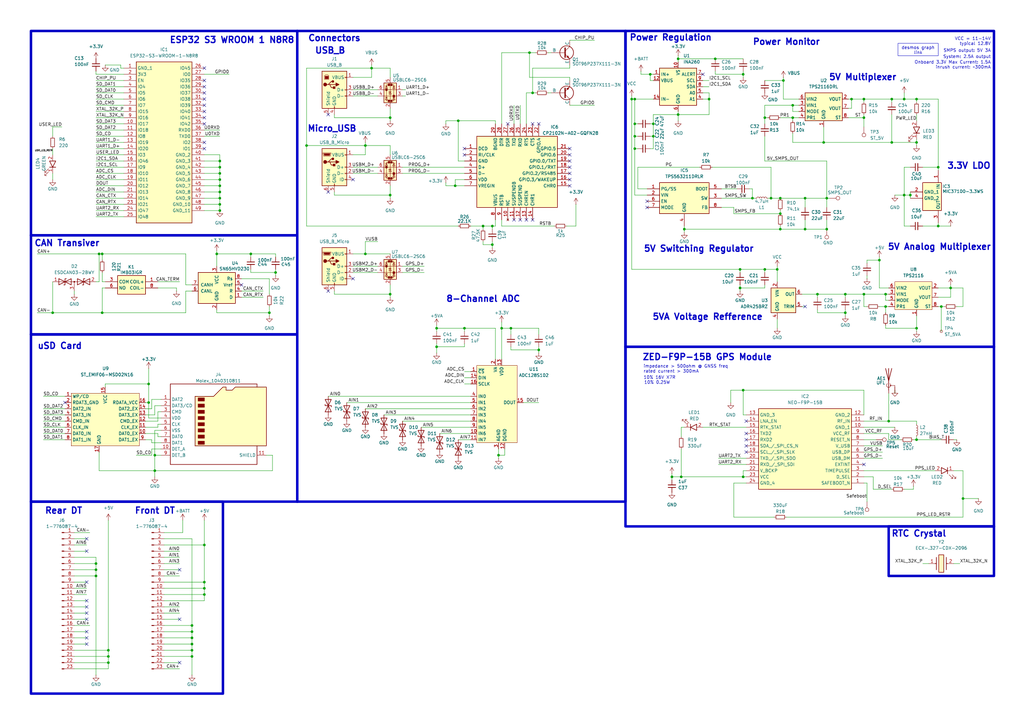
<source format=kicad_sch>
(kicad_sch (version 20250114) (generator "eeschema") (generator_version "9.0")
  (paper "A3")
  (title_block (title "SDM26 Datalogger") (company "Sun Devil Motorsports"))
  (rectangle (start 121.92 12.7) (end 256.54 205.74) (stroke (width 1.016)))
  (rectangle (start 12.7 205.74) (end 91.44 284.48) (stroke (width 1.016)))
  (rectangle (start 256.54 142.24) (end 407.67 215.9) (stroke (width 1.016)))
  (rectangle (start 256.54 12.7) (end 407.67 142.24) (stroke (width 1.016)))
  (rectangle (start 12.7 137.16) (end 121.92 205.74) (stroke (width 1.016)))
  (rectangle (start 12.7 12.7) (end 121.92 96.52) (stroke (width 1.016)))
  (rectangle (start 364.49 215.9) (end 407.67 236.22) (stroke (width 1.016)))
  (rectangle (start 12.7 96.52) (end 121.92 137.16) (stroke (width 1.016)))
  (text "Power Regulation" (at 258.064 17.018 0) (effects (font (size 2.54 2.54) (thickness 0.512) (bold yes)) (justify left bottom)))
  (text "5V Multiplexer" (at 339.852 33.274 0) (effects (font (size 2.54 2.54) (thickness 0.512) (bold yes)) (justify left bottom)))
  (text "CAN Transiver" (at 13.97 101.346 0) (effects (font (size 2.54 2.54) (thickness 0.512) (bold yes)) (justify left bottom)))
  (text "10% 16V X7R" (at 263.906 155.702 0) (effects (font (size 1.27 1.27)) (justify left bottom)))
  (text "inrush current: ~300mA" (at 406.4 28.448 0) (effects (font (size 1.27 1.27)) (justify right bottom)))
  (text "5V Switching Regulator" (at 263.906 103.632 0) (effects (font (size 2.54 2.54) (thickness 0.512) (bold yes)) (justify left bottom)))
  (text "5V Analog Multiplexer" (at 363.982 102.87 0) (effects (font (size 2.54 2.54) (thickness 0.512) (bold yes)) (justify left bottom)))
  (text "ESP32 S3 WROOM 1 N8R8" (at 120.904 18.034 0) (effects (font (size 2.54 2.54) (thickness 0.512) (bold yes)) (justify right bottom)))
  (text "Power Monitor" (at 308.61 18.796 0) (effects (font (size 2.54 2.54) (thickness 0.512) (bold yes)) (justify left bottom)))
  (text "RTC Crystal" (at 365.506 220.472 0) (effects (font (size 2.54 2.54) (thickness 0.512) (bold yes)) (justify left bottom)))
  (text "Connectors" (at 126.238 17.272 0) (effects (font (size 2.54 2.54) (thickness 0.512) (bold yes)) (justify left bottom)))
  (text "10% 0.25W" (at 264.16 157.734 0) (effects (font (size 1.27 1.27)) (justify left bottom)))
  (text "Micro_USB" (at 125.984 54.356 0) (effects (font (size 2.54 2.54) (thickness 0.512) (bold yes)) (justify left bottom)))
  (text "Onboard 3.3V Max Current: 1.5A" (at 406.4 26.416 0) (effects (font (size 1.27 1.27)) (justify right bottom)))
  (text "impedance > 500ohm @ GNSS freq\nrated current > 300mA" (at 263.906 153.162 0) (effects (font (size 1.27 1.27)) (justify left bottom)))
  (text "Front DT" (at 55.118 211.074 0) (effects (font (size 2.54 2.54) (thickness 0.512) (bold yes)) (justify left bottom)))
  (text "3.3V LDO" (at 388.366 69.596 0) (effects (font (size 2.54 2.54) (thickness 0.512) (bold yes)) (justify left bottom)))
  (text "VCC = 11-14V\ntypical 12.8V" (at 406.4 18.796 0) (effects (font (size 1.27 1.27)) (justify right bottom)))
  (text "USB_B" (at 129.032 22.352 0) (effects (font (size 2.54 2.54) (thickness 0.512) (bold yes)) (justify left bottom)))
  (text "8-Channel ADC" (at 182.88 124.206 0) (effects (font (size 2.54 2.54) (thickness 0.512) (bold yes)) (justify left bottom)))
  (text "uSD Card" (at 15.24 143.51 0) (effects (font (size 2.54 2.54) (thickness 0.512) (bold yes)) (justify left bottom)))
  (text "5VA Voltage Refference " (at 267.462 131.572 0) (effects (font (size 2.54 2.54) (thickness 0.512) (bold yes)) (justify left bottom)))
  (text "SMPS output: 5V 3A" (at 406.4 21.59 0) (effects (font (size 1.27 1.27)) (justify right bottom)))
  (text "ZED-F9P-15B GPS Module" (at 263.398 148.082 0) (effects (font (size 2.54 2.54) (thickness 0.512) (bold yes)) (justify left bottom)))
  (text "System: 2.5A output" (at 406.4 24.13 0) (effects (font (size 1.27 1.27)) (justify right bottom)))
  (text "Rear DT\n" (at 18.288 211.074 0) (effects (font (size 2.54 2.54) (thickness 0.512) (bold yes)) (justify left bottom)))
  (text_box "desmos graph link" (at 368.3 17.78 0) (size 16.51 5.08) (margins 0.9525 0.9525 0.9525 0.9525) (effects (font (size 1.27 1.27)) (justify top)))
  (junction (at 279.4 195.58))
  (junction (at 373.38 80.01))
  (junction (at 78.74 269.24))
  (junction (at 364.49 172.72))
  (junction (at 365.76 58.42))
  (junction (at 330.2 81.28))
  (junction (at 205.74 134.62))
  (junction (at 304.8 160.02))
  (junction (at 363.22 120.65))
  (junction (at 320.04 93.98))
  (junction (at 266.7 30.48))
  (junction (at 386.08 125.73))
  (junction (at 354.33 48.26))
  (junction (at 186.69 76.2))
  (junction (at 303.53 110.49))
  (junction (at 78.74 266.7))
  (junction (at 313.69 48.26))
  (junction (at 384.81 92.71))
  (junction (at 370.84 40.64))
  (junction (at 83.82 223.52))
  (junction (at 308.61 81.28))
  (junction (at 217.17 21.59))
  (junction (at 113.03 111.76))
  (junction (at 260.35 60.96))
  (junction (at 198.12 92.71))
  (junction (at 204.47 186.69))
  (junction (at 370.84 80.01))
  (junction (at 44.45 266.7))
  (junction (at 39.37 231.14))
  (junction (at 187.96 49.53))
  (junction (at 78.74 259.08))
  (junction (at 318.77 110.49))
  (junction (at 304.8 30.48))
  (junction (at 290.83 40.64))
  (junction (at 90.17 71.12))
  (junction (at 44.45 271.78))
  (junction (at 316.23 81.28))
  (junction (at 325.12 48.26))
  (junction (at 293.37 24.13))
  (junction (at 346.71 120.65))
  (junction (at 365.76 40.64))
  (junction (at 102.87 104.14))
  (junction (at 88.9 104.14))
  (junction (at 339.09 81.28))
  (junction (at 267.97 55.88))
  (junction (at 330.2 93.98))
  (junction (at 275.59 195.58))
  (junction (at 160.02 80.01))
  (junction (at 90.17 76.2))
  (junction (at 83.82 238.76))
  (junction (at 375.92 58.42))
  (junction (at 152.4 27.94))
  (junction (at 313.69 110.49))
  (junction (at 260.35 40.64))
  (junction (at 63.5 186.69))
  (junction (at 160.02 48.26))
  (junction (at 337.82 58.42))
  (junction (at 39.37 233.68))
  (junction (at 179.07 134.62))
  (junction (at 394.97 204.47))
  (junction (at 209.55 134.62))
  (junction (at 39.37 236.22))
  (junction (at 90.17 68.58))
  (junction (at 90.17 66.04))
  (junction (at 320.04 81.28))
  (junction (at 179.07 142.24))
  (junction (at 110.49 128.27))
  (junction (at 90.17 81.28))
  (junction (at 90.17 73.66))
  (junction (at 218.44 38.1))
  (junction (at 201.93 100.33))
  (junction (at 325.12 43.18))
  (junction (at 60.96 165.1))
  (junction (at 44.45 269.24))
  (junction (at 354.33 120.65))
  (junction (at 360.68 106.68))
  (junction (at 40.64 104.14))
  (junction (at 321.31 33.02))
  (junction (at 259.08 40.64))
  (junction (at 304.8 195.58))
  (junction (at 260.35 55.88))
  (junction (at 260.35 50.8))
  (junction (at 363.22 125.73))
  (junction (at 320.04 87.63))
  (junction (at 83.82 241.3))
  (junction (at 375.92 134.62))
  (junction (at 149.86 104.14))
  (junction (at 41.91 128.27))
  (junction (at 375.92 40.64))
  (junction (at 278.13 46.99))
  (junction (at 90.17 83.82))
  (junction (at 83.82 243.84))
  (junction (at 190.5 134.62))
  (junction (at 78.74 264.16))
  (junction (at 220.98 143.51))
  (junction (at 349.25 40.64))
  (junction (at 384.81 68.58))
  (junction (at 375.92 180.34))
  (junction (at 280.67 93.98))
  (junction (at 90.17 86.36))
  (junction (at 267.97 50.8))
  (junction (at 160.02 120.65))
  (junction (at 201.93 92.71))
  (junction (at 78.74 261.62))
  (junction (at 149.86 59.69))
  (junction (at 346.71 128.27))
  (junction (at 78.74 256.54))
  (junction (at 303.53 118.11))
  (junction (at 60.96 157.48))
  (junction (at 21.59 128.27))
  (junction (at 335.28 120.65))
  (junction (at 354.33 40.64))
  (junction (at 278.13 24.13))
  (junction (at 63.5 193.04))
  (junction (at 339.09 93.98))
  (junction (at 41.91 104.14))
  (junction (at 90.17 78.74))
  (junction (at 389.89 118.11))
  (junction (at 125.73 59.69))
  (no_connect (at 35.56 226.06))
  (no_connect (at 83.82 48.26))
  (no_connect (at 73.66 233.68))
  (no_connect (at 35.56 261.62))
  (no_connect (at 208.28 50.8))
  (no_connect (at 83.82 33.02))
  (no_connect (at 83.82 45.72))
  (no_connect (at 306.07 172.72))
  (no_connect (at 218.44 90.17))
  (no_connect (at 330.2 125.73))
  (no_connect (at 213.36 90.17))
  (no_connect (at 306.07 180.34))
  (no_connect (at 306.07 185.42))
  (no_connect (at 83.82 40.64))
  (no_connect (at 35.56 251.46))
  (no_connect (at 233.68 73.66))
  (no_connect (at 83.82 58.42))
  (no_connect (at 233.68 76.2))
  (no_connect (at 26.67 165.1))
  (no_connect (at 354.33 190.5))
  (no_connect (at 35.56 246.38))
  (no_connect (at 35.56 248.92))
  (no_connect (at 35.56 220.98))
  (no_connect (at 73.66 271.78))
  (no_connect (at 233.68 63.5))
  (no_connect (at 35.56 264.16))
  (no_connect (at 233.68 71.12))
  (no_connect (at 265.43 85.09))
  (no_connect (at 134.62 78.74))
  (no_connect (at 215.9 90.17))
  (no_connect (at 35.56 259.08))
  (no_connect (at 83.82 60.96))
  (no_connect (at 134.62 46.99))
  (no_connect (at 83.82 50.8))
  (no_connect (at 83.82 38.1))
  (no_connect (at 83.82 35.56))
  (no_connect (at 210.82 90.17))
  (no_connect (at 218.44 50.8))
  (no_connect (at 144.78 114.3))
  (no_connect (at 144.78 73.66))
  (no_connect (at 288.29 30.48))
  (no_connect (at 35.56 238.76))
  (no_connect (at 35.56 254))
  (no_connect (at 134.62 119.38))
  (no_connect (at 83.82 27.94))
  (no_connect (at 306.07 182.88))
  (no_connect (at 83.82 43.18))
  (no_connect (at 190.5 60.96))
  (no_connect (at 99.06 116.84))
  (no_connect (at 306.07 177.8))
  (no_connect (at 233.68 68.58))
  (no_connect (at 73.66 254))
  (no_connect (at 233.68 66.04))
  (no_connect (at 220.98 50.8))
  (no_connect (at 233.68 60.96))
  (no_connect (at 265.43 82.55))
  (no_connect (at 190.5 63.5))
  (wire (pts (xy 354.33 195.58) (xy 358.14 195.58)))
  (wire (pts (xy 363.22 125.73) (xy 363.22 128.27)))
  (wire (pts (xy 67.31 274.32) (xy 73.66 274.32)))
  (wire (pts (xy 367.03 161.29) (xy 367.03 160.02)))
  (wire (pts (xy 39.37 68.58) (xy 50.8 68.58)))
  (wire (pts (xy 318.77 130.81) (xy 318.77 134.62)))
  (wire (pts (xy 214.63 165.1) (xy 220.98 165.1)))
  (wire (pts (xy 280.67 93.98) (xy 280.67 92.71)))
  (wire (pts (xy 363.22 123.19) (xy 363.22 120.65)))
  (wire (pts (xy 313.69 43.18) (xy 325.12 43.18)))
  (wire (pts (xy 354.33 40.64) (xy 354.33 41.91)))
  (wire (pts (xy 327.66 40.64) (xy 321.31 40.64)))
  (wire (pts (xy 375.92 58.42) (xy 375.92 59.69)))
  (wire (pts (xy 144.78 104.14) (xy 149.86 104.14)))
  (wire (pts (xy 78.74 264.16) (xy 78.74 266.7)))
  (wire (pts (xy 262.89 30.48) (xy 266.7 30.48)))
  (wire (pts (xy 111.76 186.69) (xy 111.76 193.04)))
  (wire (pts (xy 198.12 100.33) (xy 201.93 100.33)))
  (wire (pts (xy 261.62 55.88) (xy 260.35 55.88)))
  (wire (pts (xy 349.25 40.64) (xy 349.25 44.45)))
  (wire (pts (xy 300.99 212.09) (xy 317.5 212.09)))
  (wire (pts (xy 41.91 111.76) (xy 41.91 115.57)))
  (wire (pts (xy 39.37 78.74) (xy 50.8 78.74)))
  (wire (pts (xy 295.91 81.28) (xy 308.61 81.28)))
  (wire (pts (xy 67.31 218.44) (xy 74.93 218.44)))
  (wire (pts (xy 157.48 170.18) (xy 193.04 170.18)))
  (wire (pts (xy 67.31 233.68) (xy 73.66 233.68)))
  (wire (pts (xy 198.12 92.71) (xy 201.93 92.71)))
  (wire (pts (xy 209.55 143.51) (xy 220.98 143.51)))
  (wire (pts (xy 359.41 180.34) (xy 354.33 180.34)))
  (wire (pts (xy 375.92 172.72) (xy 375.92 173.99)))
  (wire (pts (xy 198.12 99.06) (xy 198.12 100.33)))
  (wire (pts (xy 39.37 86.36) (xy 50.8 86.36)))
  (wire (pts (xy 76.2 104.14) (xy 76.2 116.84)))
  (wire (pts (xy 40.64 193.04) (xy 63.5 193.04)))
  (wire (pts (xy 30.48 259.08) (xy 35.56 259.08)))
  (wire (pts (xy 30.48 264.16) (xy 35.56 264.16)))
  (wire (pts (xy 66.04 166.37) (xy 63.5 166.37)))
  (wire (pts (xy 17.78 162.56) (xy 26.67 162.56)))
  (wire (pts (xy 179.07 142.24) (xy 179.07 144.78)))
  (wire (pts (xy 59.69 167.64) (xy 62.23 167.64)))
  (wire (pts (xy 137.16 80.01) (xy 137.16 78.74)))
  (wire (pts (xy 30.48 228.6) (xy 39.37 228.6)))
  (wire (pts (xy 290.83 38.1) (xy 288.29 38.1)))
  (wire (pts (xy 30.48 220.98) (xy 35.56 220.98)))
  (wire (pts (xy 149.86 104.14) (xy 160.02 104.14)))
  (wire (pts (xy 280.67 93.98) (xy 320.04 93.98)))
  (wire (pts (xy 205.74 134.62) (xy 205.74 147.32)))
  (wire (pts (xy 44.45 266.7) (xy 44.45 269.24)))
  (wire (pts (xy 78.74 256.54) (xy 78.74 259.08)))
  (wire (pts (xy 320.04 86.36) (xy 320.04 87.63)))
  (wire (pts (xy 321.31 33.02) (xy 321.31 40.64)))
  (wire (pts (xy 83.82 68.58) (xy 90.17 68.58)))
  (wire (pts (xy 21.59 60.96) (xy 21.59 63.5)))
  (wire (pts (xy 41.91 118.11) (xy 41.91 128.27)))
  (wire (pts (xy 325.12 48.26) (xy 327.66 48.26)))
  (wire (pts (xy 354.33 120.65) (xy 363.22 120.65)))
  (wire (pts (xy 190.5 66.04) (xy 187.96 66.04)))
  (wire (pts (xy 63.5 166.37) (xy 63.5 170.18)))
  (wire (pts (xy 88.9 104.14) (xy 88.9 109.22)))
  (wire (pts (xy 303.53 118.11) (xy 303.53 119.38)))
  (wire (pts (xy 67.31 248.92) (xy 73.66 248.92)))
  (wire (pts (xy 83.82 76.2) (xy 90.17 76.2)))
  (wire (pts (xy 313.69 66.04) (xy 339.09 66.04)))
  (wire (pts (xy 375.92 134.62) (xy 363.22 134.62)))
  (wire (pts (xy 233.68 31.75) (xy 233.68 33.02)))
  (wire (pts (xy 39.37 35.56) (xy 50.8 35.56)))
  (wire (pts (xy 355.6 125.73) (xy 354.33 125.73)))
  (wire (pts (xy 64.77 179.07) (xy 66.04 179.07)))
  (wire (pts (xy 30.48 223.52) (xy 35.56 223.52)))
  (wire (pts (xy 278.13 46.99) (xy 278.13 49.53)))
  (wire (pts (xy 220.98 142.24) (xy 220.98 143.51)))
  (wire (pts (xy 187.96 49.53) (xy 187.96 66.04)))
  (wire (pts (xy 293.37 24.13) (xy 304.8 24.13)))
  (wire (pts (xy 50.8 27.94) (xy 49.53 27.94)))
  (wire (pts (xy 364.49 180.34) (xy 364.49 177.8)))
  (wire (pts (xy 288.29 35.56) (xy 290.83 35.56)))
  (wire (pts (xy 110.49 128.27) (xy 110.49 129.54)))
  (wire (pts (xy 15.24 128.27) (xy 21.59 128.27)))
  (wire (pts (xy 201.93 99.06) (xy 201.93 100.33)))
  (wire (pts (xy 278.13 45.72) (xy 278.13 46.99)))
  (wire (pts (xy 394.97 204.47) (xy 394.97 212.09)))
  (wire (pts (xy 384.81 68.58) (xy 384.81 69.85)))
  (wire (pts (xy 39.37 231.14) (xy 39.37 233.68)))
  (wire (pts (xy 83.82 223.52) (xy 83.82 238.76)))
  (wire (pts (xy 360.68 125.73) (xy 363.22 125.73)))
  (wire (pts (xy 165.1 36.83) (xy 166.37 36.83)))
  (wire (pts (xy 113.03 111.76) (xy 113.03 113.03)))
  (wire (pts (xy 39.37 228.6) (xy 39.37 231.14)))
  (wire (pts (xy 187.96 180.34) (xy 193.04 180.34)))
  (wire (pts (xy 43.18 158.75) (xy 43.18 157.48)))
  (wire (pts (xy 39.37 83.82) (xy 50.8 83.82)))
  (wire (pts (xy 39.37 55.88) (xy 50.8 55.88)))
  (wire (pts (xy 44.45 269.24) (xy 44.45 271.78)))
  (wire (pts (xy 370.84 68.58) (xy 373.38 68.58)))
  (wire (pts (xy 266.7 33.02) (xy 267.97 33.02)))
  (wire (pts (xy 304.8 160.02) (xy 304.8 170.18)))
  (wire (pts (xy 322.58 212.09) (xy 394.97 212.09)))
  (wire (pts (xy 316.23 81.28) (xy 320.04 81.28)))
  (wire (pts (xy 391.16 231.14) (xy 393.7 231.14)))
  (wire (pts (xy 83.82 81.28) (xy 90.17 81.28)))
  (wire (pts (xy 260.35 80.01) (xy 265.43 80.01)))
  (wire (pts (xy 210.82 50.8) (xy 210.82 43.18)))
  (wire (pts (xy 306.07 193.04) (xy 304.8 193.04)))
  (wire (pts (xy 278.13 24.13) (xy 278.13 25.4)))
  (wire (pts (xy 50.8 63.5) (xy 39.37 63.5)))
  (wire (pts (xy 64.77 115.57) (xy 73.66 115.57)))
  (wire (pts (xy 349.25 40.64) (xy 354.33 40.64)))
  (wire (pts (xy 335.28 128.27) (xy 335.28 127)))
  (wire (pts (xy 76.2 116.84) (xy 78.74 116.84)))
  (wire (pts (xy 304.8 30.48) (xy 304.8 31.75)))
  (wire (pts (xy 288.29 175.26) (xy 306.07 175.26)))
  (wire (pts (xy 40.64 104.14) (xy 41.91 104.14)))
  (wire (pts (xy 365.76 40.64) (xy 370.84 40.64)))
  (wire (pts (xy 17.78 180.34) (xy 26.67 180.34)))
  (wire (pts (xy 370.84 80.01) (xy 370.84 92.71)))
  (wire (pts (xy 39.37 58.42) (xy 50.8 58.42)))
  (wire (pts (xy 30.48 246.38) (xy 35.56 246.38)))
  (wire (pts (xy 375.92 57.15) (xy 375.92 58.42)))
  (wire (pts (xy 30.48 241.3) (xy 35.56 241.3)))
  (wire (pts (xy 67.31 246.38) (xy 83.82 246.38)))
  (wire (pts (xy 137.16 80.01) (xy 160.02 80.01)))
  (wire (pts (xy 190.5 154.94) (xy 193.04 154.94)))
  (wire (pts (xy 125.73 59.69) (xy 149.86 59.69)))
  (wire (pts (xy 325.12 45.72) (xy 327.66 45.72)))
  (wire (pts (xy 186.69 76.2) (xy 190.5 76.2)))
  (wire (pts (xy 41.91 104.14) (xy 76.2 104.14)))
  (wire (pts (xy 109.22 186.69) (xy 111.76 186.69)))
  (wire (pts (xy 355.6 198.12) (xy 355.6 205.74)))
  (wire (pts (xy 39.37 48.26) (xy 50.8 48.26)))
  (wire (pts (xy 125.73 59.69) (xy 125.73 92.71)))
  (wire (pts (xy 394.97 204.47) (xy 401.32 204.47)))
  (wire (pts (xy 102.87 104.14) (xy 113.03 104.14)))
  (wire (pts (xy 233.68 27.94) (xy 233.68 26.67)))
  (wire (pts (xy 39.37 30.48) (xy 50.8 30.48)))
  (wire (pts (xy 39.37 88.9) (xy 50.8 88.9)))
  (wire (pts (xy 384.81 118.11) (xy 389.89 118.11)))
  (wire (pts (xy 63.5 193.04) (xy 111.76 193.04)))
  (wire (pts (xy 354.33 48.26) (xy 354.33 46.99)))
  (wire (pts (xy 67.31 251.46) (xy 73.66 251.46)))
  (wire (pts (xy 30.48 251.46) (xy 35.56 251.46)))
  (wire (pts (xy 78.74 220.98) (xy 78.74 256.54)))
  (wire (pts (xy 290.83 40.64) (xy 290.83 46.99)))
  (wire (pts (xy 149.86 59.69) (xy 149.86 63.5)))
  (wire (pts (xy 375.92 179.07) (xy 375.92 180.34)))
  (wire (pts (xy 39.37 236.22) (xy 39.37 276.86)))
  (wire (pts (xy 275.59 195.58) (xy 275.59 194.31)))
  (wire (pts (xy 233.68 16.51) (xy 243.84 16.51)))
  (wire (pts (xy 306.07 195.58) (xy 304.8 195.58)))
  (wire (pts (xy 304.8 195.58) (xy 304.8 193.04)))
  (wire (pts (xy 113.03 110.49) (xy 113.03 111.76)))
  (wire (pts (xy 64.77 168.91) (xy 64.77 172.72)))
  (wire (pts (xy 325.12 54.61) (xy 325.12 58.42)))
  (wire (pts (xy 64.77 118.11) (xy 72.39 118.11)))
  (wire (pts (xy 165.1 172.72) (xy 193.04 172.72)))
  (wire (pts (xy 370.84 80.01) (xy 367.03 80.01)))
  (wire (pts (xy 375.92 134.62) (xy 375.92 135.89)))
  (wire (pts (xy 67.31 238.76) (xy 83.82 238.76)))
  (wire (pts (xy 303.53 111.76) (xy 303.53 110.49)))
  (wire (pts (xy 160.02 76.2) (xy 160.02 80.01)))
  (wire (pts (xy 160.02 44.45) (xy 160.02 48.26)))
  (wire (pts (xy 365.76 46.99) (xy 365.76 58.42)))
  (wire (pts (xy 144.78 36.83) (xy 154.94 36.83)))
  (wire (pts (xy 62.23 163.83) (xy 66.04 163.83)))
  (wire (pts (xy 394.97 193.04) (xy 394.97 204.47)))
  (wire (pts (xy 99.06 119.38) (xy 107.95 119.38)))
  (wire (pts (xy 40.64 185.42) (xy 40.64 193.04)))
  (wire (pts (xy 83.82 86.36) (xy 90.17 86.36)))
  (wire (pts (xy 354.33 198.12) (xy 355.6 198.12)))
  (wire (pts (xy 307.34 77.47) (xy 308.61 77.47)))
  (wire (pts (xy 328.93 120.65) (xy 335.28 120.65)))
  (wire (pts (xy 375.92 46.99) (xy 375.92 49.53)))
  (wire (pts (xy 347.98 40.64) (xy 349.25 40.64)))
  (wire (pts (xy 358.14 200.66) (xy 365.76 200.66)))
  (wire (pts (xy 165.1 39.37) (xy 166.37 39.37)))
  (wire (pts (xy 113.03 104.14) (xy 113.03 105.41)))
  (wire (pts (xy 66.04 173.99) (xy 64.77 173.99)))
  (wire (pts (xy 267.97 46.99) (xy 267.97 50.8)))
  (wire (pts (xy 355.6 107.95) (xy 355.6 106.68)))
  (wire (pts (xy 201.93 100.33) (xy 201.93 101.6)))
  (wire (pts (xy 364.49 161.29) (xy 364.49 172.72)))
  (wire (pts (xy 278.13 22.86) (xy 278.13 24.13)))
  (wire (pts (xy 15.24 104.14) (xy 40.64 104.14)))
  (wire (pts (xy 83.82 78.74) (xy 90.17 78.74)))
  (wire (pts (xy 384.81 121.92) (xy 389.89 121.92)))
  (wire (pts (xy 40.64 104.14) (xy 40.64 115.57)))
  (wire (pts (xy 39.37 50.8) (xy 50.8 50.8)))
  (wire (pts (xy 67.31 236.22) (xy 73.66 236.22)))
  (wire (pts (xy 355.6 106.68) (xy 360.68 106.68)))
  (wire (pts (xy 66.04 168.91) (xy 64.77 168.91)))
  (wire (pts (xy 209.55 134.62) (xy 205.74 134.62)))
  (wire (pts (xy 275.59 195.58) (xy 279.4 195.58)))
  (wire (pts (xy 260.35 60.96) (xy 260.35 80.01)))
  (wire (pts (xy 88.9 104.14) (xy 102.87 104.14)))
  (wire (pts (xy 213.36 50.8) (xy 213.36 43.18)))
  (wire (pts (xy 260.35 55.88) (xy 260.35 60.96)))
  (wire (pts (xy 39.37 60.96) (xy 50.8 60.96)))
  (wire (pts (xy 313.69 66.04) (xy 313.69 55.88)))
  (wire (pts (xy 218.44 27.94) (xy 218.44 38.1)))
  (wire (pts (xy 78.74 259.08) (xy 78.74 261.62)))
  (wire (pts (xy 236.22 92.71) (xy 236.22 83.82)))
  (wire (pts (xy 90.17 76.2) (xy 90.17 78.74)))
  (wire (pts (xy 149.86 99.06) (xy 154.94 99.06)))
  (wire (pts (xy 30.48 233.68) (xy 39.37 233.68)))
  (wire (pts (xy 259.08 40.64) (xy 259.08 110.49)))
  (wire (pts (xy 67.31 226.06) (xy 73.66 226.06)))
  (wire (pts (xy 144.78 31.75) (xy 152.4 31.75)))
  (wire (pts (xy 83.82 30.48) (xy 93.98 30.48)))
  (wire (pts (xy 43.18 26.67) (xy 49.53 26.67)))
  (wire (pts (xy 60.96 165.1) (xy 60.96 157.48)))
  (wire (pts (xy 361.95 187.96) (xy 354.33 187.96)))
  (wire (pts (xy 295.91 77.47) (xy 302.26 77.47)))
  (wire (pts (xy 74.93 213.36) (xy 74.93 218.44)))
  (wire (pts (xy 205.74 92.71) (xy 227.33 92.71)))
  (wire (pts (xy 374.65 180.34) (xy 375.92 180.34)))
  (wire (pts (xy 304.8 160.02) (xy 354.33 160.02)))
  (wire (pts (xy 125.73 27.94) (xy 125.73 59.69)))
  (wire (pts (xy 66.04 176.53) (xy 63.5 176.53)))
  (wire (pts (xy 67.31 220.98) (xy 78.74 220.98)))
  (wire (pts (xy 304.8 29.21) (xy 304.8 30.48)))
  (wire (pts (xy 149.86 58.42) (xy 149.86 59.69)))
  (wire (pts (xy 49.53 26.67) (xy 49.53 27.94)))
  (wire (pts (xy 83.82 73.66) (xy 90.17 73.66)))
  (wire (pts (xy 30.48 269.24) (xy 44.45 269.24)))
  (wire (pts (xy 30.48 248.92) (xy 35.56 248.92)))
  (wire (pts (xy 30.48 243.84) (xy 35.56 243.84)))
  (wire (pts (xy 335.28 120.65) (xy 346.71 120.65)))
  (wire (pts (xy 67.31 271.78) (xy 73.66 271.78)))
  (wire (pts (xy 67.31 264.16) (xy 78.74 264.16)))
  (wire (pts (xy 182.88 76.2) (xy 182.88 74.93)))
  (wire (pts (xy 292.1 68.58) (xy 316.23 68.58)))
  (wire (pts (xy 41.91 128.27) (xy 76.2 128.27)))
  (wire (pts (xy 67.31 269.24) (xy 78.74 269.24)))
  (wire (pts (xy 373.38 80.01) (xy 370.84 80.01)))
  (wire (pts (xy 293.37 29.21) (xy 293.37 30.48)))
  (wire (pts (xy 207.01 186.69) (xy 204.47 186.69)))
  (wire (pts (xy 363.22 125.73) (xy 364.49 125.73)))
  (wire (pts (xy 220.98 137.16) (xy 220.98 134.62)))
  (wire (pts (xy 201.93 92.71) (xy 201.93 93.98)))
  (wire (pts (xy 363.22 120.65) (xy 364.49 120.65)))
  (wire (pts (xy 149.86 167.64) (xy 193.04 167.64)))
  (wire (pts (xy 339.09 81.28) (xy 339.09 85.09)))
  (wire (pts (xy 259.08 40.64) (xy 260.35 40.64)))
  (wire (pts (xy 346.71 128.27) (xy 346.71 127)))
  (wire (pts (xy 90.17 66.04) (xy 90.17 68.58)))
  (wire (pts (xy 217.17 21.59) (xy 219.71 21.59)))
  (wire (pts (xy 59.69 180.34) (xy 62.23 180.34)))
  (wire (pts (xy 370.84 40.64) (xy 375.92 40.64)))
  (wire (pts (xy 39.37 33.02) (xy 50.8 33.02)))
  (wire (pts (xy 337.82 52.07) (xy 337.82 58.42)))
  (wire (pts (xy 39.37 81.28) (xy 50.8 81.28)))
  (wire (pts (xy 347.98 48.26) (xy 354.33 48.26)))
  (wire (pts (xy 261.62 50.8) (xy 260.35 50.8)))
  (wire (pts (xy 30.48 261.62) (xy 35.56 261.62)))
  (wire (pts (xy 389.89 118.11) (xy 389.89 116.84)))
  (wire (pts (xy 102.87 111.76) (xy 102.87 110.49)))
  (wire (pts (xy 265.43 77.47) (xy 261.62 77.47)))
  (wire (pts (xy 260.35 50.8) (xy 260.35 55.88)))
  (wire (pts (xy 335.28 120.65) (xy 335.28 121.92)))
  (wire (pts (xy 394.97 118.11) (xy 389.89 118.11)))
  (wire (pts (xy 346.71 129.54) (xy 346.71 128.27)))
  (wire (pts (xy 83.82 241.3) (xy 83.82 243.84)))
  (wire (pts (xy 63.5 176.53) (xy 63.5 186.69)))
  (wire (pts (xy 279.4 179.07) (xy 279.4 175.26)))
  (wire (pts (xy 335.28 128.27) (xy 346.71 128.27)))
  (wire (pts (xy 83.82 66.04) (xy 90.17 66.04)))
  (wire (pts (xy 186.69 73.66) (xy 186.69 76.2)))
  (wire (pts (xy 299.72 160.02) (xy 299.72 165.1)))
  (wire (pts (xy 261.62 77.47) (xy 261.62 68.58)))
  (wire (pts (xy 370.84 68.58) (xy 370.84 80.01)))
  (wire (pts (xy 308.61 77.47) (xy 308.61 81.28)))
  (wire (pts (xy 144.78 109.22) (xy 154.94 109.22)))
  (wire (pts (xy 313.69 48.26) (xy 313.69 50.8)))
  (wire (pts (xy 260.35 40.64) (xy 267.97 40.64)))
  (wire (pts (xy 339.09 81.28) (xy 330.2 81.28)))
  (wire (pts (xy 59.69 175.26) (xy 64.77 175.26)))
  (wire (pts (xy 267.97 50.8) (xy 267.97 55.88)))
  (wire (pts (xy 320.04 48.26) (xy 325.12 48.26)))
  (wire (pts (xy 134.62 162.56) (xy 193.04 162.56)))
  (wire (pts (xy 160.02 59.69) (xy 160.02 63.5)))
  (wire (pts (xy 99.06 121.92) (xy 107.95 121.92)))
  (wire (pts (xy 182.88 49.53) (xy 187.96 49.53)))
  (wire (pts (xy 30.48 274.32) (xy 44.45 274.32)))
  (wire (pts (xy 233.68 27.94) (xy 218.44 27.94)))
  (wire (pts (xy 62.23 186.69) (xy 62.23 184.15)))
  (wire (pts (xy 320.04 93.98) (xy 330.2 93.98)))
  (wire (pts (xy 160.02 81.28) (xy 160.02 80.01)))
  (wire (pts (xy 90.17 78.74) (xy 90.17 81.28)))
  (wire (pts (xy 339.09 90.17) (xy 339.09 93.98)))
  (wire (pts (xy 64.77 173.99) (xy 64.77 175.26)))
  (wire (pts (xy 67.31 223.52) (xy 83.82 223.52)))
  (wire (pts (xy 198.12 93.98) (xy 198.12 92.71)))
  (wire (pts (xy 17.78 170.18) (xy 26.67 170.18)))
  (wire (pts (xy 144.78 71.12) (xy 154.94 71.12)))
  (wire (pts (xy 39.37 66.04) (xy 50.8 66.04)))
  (wire (pts (xy 43.18 157.48) (xy 60.96 157.48)))
  (wire (pts (xy 165.1 71.12) (xy 190.5 71.12)))
  (wire (pts (xy 204.47 186.69) (xy 204.47 187.96)))
  (wire (pts (xy 364.49 118.11) (xy 360.68 118.11)))
  (wire (pts (xy 165.1 68.58) (xy 190.5 68.58)))
  (wire (pts (xy 78.74 266.7) (xy 78.74 269.24)))
  (wire (pts (xy 67.31 243.84) (xy 83.82 243.84)))
  (wire (pts (xy 39.37 43.18) (xy 50.8 43.18)))
  (wire (pts (xy 209.55 137.16) (xy 209.55 134.62)))
  (wire (pts (xy 313.69 111.76) (xy 313.69 110.49)))
  (wire (pts (xy 224.79 38.1) (xy 226.06 38.1)))
  (wire (pts (xy 261.62 60.96) (xy 260.35 60.96)))
  (wire (pts (xy 306.07 170.18) (xy 304.8 170.18)))
  (wire (pts (xy 325.12 48.26) (xy 325.12 49.53)))
  (wire (pts (xy 55.88 186.69) (xy 62.23 186.69)))
  (wire (pts (xy 39.37 45.72) (xy 50.8 45.72)))
  (wire (pts (xy 76.2 128.27) (xy 76.2 119.38)))
  (wire (pts (xy 83.82 83.82) (xy 90.17 83.82)))
  (wire (pts (xy 384.81 92.71) (xy 384.81 91.44)))
  (wire (pts (xy 83.82 63.5) (xy 90.17 63.5)))
  (wire (pts (xy 313.69 43.18) (xy 313.69 48.26)))
  (wire (pts (xy 160.02 116.84) (xy 160.02 120.65)))
  (wire (pts (xy 39.37 40.64) (xy 50.8 40.64)))
  (wire (pts (xy 304.8 30.48) (xy 293.37 30.48)))
  (wire (pts (xy 313.69 118.11) (xy 303.53 118.11)))
  (wire (pts (xy 288.29 33.02) (xy 290.83 33.02)))
  (wire (pts (xy 30.48 218.44) (xy 36.83 218.44)))
  (wire (pts (xy 67.31 256.54) (xy 78.74 256.54)))
  (wire (pts (xy 30.48 254) (xy 35.56 254)))
  (wire (pts (xy 346.71 120.65) (xy 346.71 121.92)))
  (wire (pts (xy 190.5 152.4) (xy 193.04 152.4)))
  (wire (pts (xy 320.04 87.63) (xy 300.99 87.63)))
  (wire (pts (xy 63.5 193.04) (xy 63.5 195.58)))
  (wire (pts (xy 17.78 172.72) (xy 26.67 172.72)))
  (wire (pts (xy 179.07 140.97) (xy 179.07 142.24)))
  (wire (pts (xy 384.81 40.64) (xy 384.81 68.58)))
  (wire (pts (xy 364.49 123.19) (xy 363.22 123.19)))
  (wire (pts (xy 215.9 38.1) (xy 218.44 38.1)))
  (wire (pts (xy 215.9 50.8) (xy 215.9 38.1)))
  (wire (pts (xy 39.37 73.66) (xy 50.8 73.66)))
  (wire (pts (xy 325.12 43.18) (xy 327.66 43.18)))
  (wire (pts (xy 290.83 40.64) (xy 288.29 40.64)))
  (wire (pts (xy 41.91 104.14) (xy 41.91 106.68)))
  (wire (pts (xy 300.99 198.12) (xy 306.07 198.12)))
  (wire (pts (xy 384.81 92.71) (xy 389.89 92.71)))
  (wire (pts (xy 365.76 58.42) (xy 375.92 58.42)))
  (wire (pts (xy 217.17 31.75) (xy 217.17 21.59)))
  (wire (pts (xy 67.31 254) (xy 73.66 254)))
  (wire (pts (xy 278.13 24.13) (xy 293.37 24.13)))
  (wire (pts (xy 67.31 259.08) (xy 78.74 259.08)))
  (wire (pts (xy 370.84 38.1) (xy 370.84 40.64)))
  (wire (pts (xy 160.02 27.94) (xy 160.02 31.75)))
  (wire (pts (xy 290.83 38.1) (xy 290.83 40.64)))
  (wire (pts (xy 190.5 134.62) (xy 203.2 134.62)))
  (wire (pts (xy 67.31 231.14) (xy 73.66 231.14)))
  (wire (pts (xy 63.5 186.69) (xy 63.5 193.04)))
  (wire (pts (xy 267.97 55.88) (xy 267.97 60.96)))
  (wire (pts (xy 300.99 198.12) (xy 300.99 212.09)))
  (wire (pts (xy 340.36 81.28) (xy 339.09 81.28)))
  (wire (pts (xy 233.68 31.75) (xy 217.17 31.75)))
  (wire (pts (xy 375.92 40.64) (xy 375.92 41.91)))
  (wire (pts (xy 193.04 92.71) (xy 198.12 92.71)))
  (wire (pts (xy 313.69 33.02) (xy 321.31 33.02)))
  (wire (pts (xy 78.74 269.24) (xy 78.74 276.86)))
  (wire (pts (xy 90.17 68.58) (xy 90.17 71.12)))
  (wire (pts (xy 160.02 121.92) (xy 160.02 120.65)))
  (wire (pts (xy 83.82 243.84) (xy 83.82 246.38)))
  (wire (pts (xy 186.69 73.66) (xy 190.5 73.66)))
  (wire (pts (xy 88.9 102.87) (xy 88.9 104.14)))
  (wire (pts (xy 88.9 128.27) (xy 88.9 127)))
  (wire (pts (xy 67.31 228.6) (xy 73.66 228.6)))
  (wire (pts (xy 165.1 111.76) (xy 173.99 111.76)))
  (wire (pts (xy 373.38 78.74) (xy 373.38 80.01)))
  (wire (pts (xy 308.61 81.28) (xy 309.88 81.28)))
  (wire (pts (xy 59.69 170.18) (xy 63.5 170.18)))
  (wire (pts (xy 266.7 50.8) (xy 267.97 50.8)))
  (wire (pts (xy 358.14 195.58) (xy 358.14 200.66)))
  (wire (pts (xy 21.59 115.57) (xy 21.59 128.27)))
  (wire (pts (xy 346.71 120.65) (xy 354.33 120.65)))
  (wire (pts (xy 66.04 171.45) (xy 60.96 171.45)))
  (wire (pts (xy 144.78 111.76) (xy 154.94 111.76)))
  (wire (pts (xy 110.49 114.3) (xy 110.49 120.65)))
  (wire (pts (xy 330.2 90.17) (xy 330.2 93.98)))
  (wire (pts (xy 201.93 92.71) (xy 203.2 92.71)))
  (wire (pts (xy 314.96 81.28) (xy 316.23 81.28)))
  (wire (pts (xy 364.49 177.8) (xy 354.33 177.8)))
  (wire (pts (xy 364.49 180.34) (xy 369.57 180.34)))
  (wire (pts (xy 83.82 55.88) (xy 90.17 55.88)))
  (wire (pts (xy 39.37 76.2) (xy 50.8 76.2)))
  (wire (pts (xy 365.76 40.64) (xy 365.76 41.91)))
  (wire (pts (xy 40.64 115.57) (xy 39.37 115.57)))
  (wire (pts (xy 44.45 271.78) (xy 44.45 274.32)))
  (wire (pts (xy 21.59 55.88) (xy 21.59 52.07)))
  (wire (pts (xy 266.7 60.96) (xy 267.97 60.96)))
  (wire (pts (xy 64.77 177.8) (xy 64.77 179.07)))
  (wire (pts (xy 203.2 49.53) (xy 187.96 49.53)))
  (wire (pts (xy 35.56 226.06) (xy 30.48 226.06)))
  (wire (pts (xy 41.91 118.11) (xy 43.18 118.11)))
  (wire (pts (xy 152.4 27.94) (xy 160.02 27.94)))
  (wire (pts (xy 30.48 256.54) (xy 36.83 256.54)))
  (wire (pts (xy 330.2 81.28) (xy 330.2 85.09)))
  (wire (pts (xy 218.44 38.1) (xy 219.71 38.1)))
  (wire (pts (xy 375.92 180.34) (xy 386.08 180.34)))
  (wire (pts (xy 152.4 27.94) (xy 125.73 27.94)))
  (wire (pts (xy 354.33 125.73) (xy 354.33 120.65)))
  (wire (pts (xy 354.33 193.04) (xy 383.54 193.04)))
  (wire (pts (xy 203.2 92.71) (xy 203.2 90.17)))
  (wire (pts (xy 300.99 87.63) (xy 300.99 85.09)))
  (wire (pts (xy 190.5 140.97) (xy 190.5 142.24)))
  (wire (pts (xy 204.47 184.15) (xy 204.47 186.69)))
  (wire (pts (xy 179.07 134.62) (xy 179.07 133.35)))
  (wire (pts (xy 313.69 116.84) (xy 313.69 118.11)))
  (wire (pts (xy 67.31 261.62) (xy 78.74 261.62)))
  (wire (pts (xy 299.72 160.02) (xy 304.8 160.02)))
  (wire (pts (xy 83.82 53.34) (xy 90.17 53.34)))
  (wire (pts (xy 355.6 113.03) (xy 355.6 114.3)))
  (wire (pts (xy 205.74 21.59) (xy 205.74 50.8)))
  (wire (pts (xy 290.83 46.99) (xy 278.13 46.99)))
  (wire (pts (xy 179.07 142.24) (xy 190.5 142.24)))
  (wire (pts (xy 261.62 68.58) (xy 287.02 68.58)))
  (wire (pts (xy 137.16 120.65) (xy 160.02 120.65)))
  (wire (pts (xy 233.68 43.18) (xy 243.84 43.18)))
  (wire (pts (xy 41.91 115.57) (xy 43.18 115.57)))
  (wire (pts (xy 39.37 233.68) (xy 39.37 236.22)))
  (wire (pts (xy 102.87 104.14) (xy 102.87 105.41)))
  (wire (pts (xy 386.08 125.73) (xy 386.08 135.89)))
  (wire (pts (xy 354.33 185.42) (xy 361.95 185.42)))
  (wire (pts (xy 30.48 236.22) (xy 39.37 236.22)))
  (wire (pts (xy 39.37 53.34) (xy 50.8 53.34)))
  (wire (pts (xy 279.4 175.26) (xy 280.67 175.26)))
  (wire (pts (xy 144.78 39.37) (xy 154.94 39.37)))
  (wire (pts (xy 354.33 170.18) (xy 354.33 160.02)))
  (wire (pts (xy 354.33 172.72) (xy 364.49 172.72)))
  (wire (pts (xy 384.81 92.71) (xy 378.46 92.71)))
  (wire (pts (xy 294.64 190.5) (xy 306.07 190.5)))
  (wire (pts (xy 386.08 125.73) (xy 387.35 125.73)))
  (wire (pts (xy 182.88 76.2) (xy 186.69 76.2)))
  (wire (pts (xy 205.74 92.71) (xy 205.74 90.17)))
  (wire (pts (xy 318.77 109.22) (xy 318.77 110.49)))
  (wire (pts (xy 39.37 29.21) (xy 39.37 30.48)))
  (wire (pts (xy 224.79 21.59) (xy 226.06 21.59)))
  (wire (pts (xy 88.9 128.27) (xy 110.49 128.27)))
  (wire (pts (xy 318.77 110.49) (xy 318.77 115.57)))
  (wire (pts (xy 160.02 49.53) (xy 160.02 48.26)))
  (wire (pts (xy 62.23 181.61) (xy 62.23 180.34)))
  (wire (pts (xy 90.17 81.28) (xy 90.17 83.82)))
  (wire (pts (xy 378.46 231.14) (xy 381 231.14)))
  (wire (pts (xy 90.17 83.82) (xy 90.17 86.36)))
  (wire (pts (xy 207.01 184.15) (xy 207.01 186.69)))
  (wire (pts (xy 337.82 58.42) (xy 365.76 58.42)))
  (wire (pts (xy 99.06 114.3) (xy 110.49 114.3)))
  (wire (pts (xy 59.69 177.8) (xy 64.77 177.8)))
  (wire (pts (xy 21.59 128.27) (xy 41.91 128.27)))
  (wire (pts (xy 137.16 48.26) (xy 137.16 46.99)))
  (wire (pts (xy 232.41 92.71) (xy 236.22 92.71)))
  (wire (pts (xy 313.69 48.26) (xy 314.96 48.26)))
  (wire (pts (xy 190.5 134.62) (xy 190.5 135.89)))
  (wire (pts (xy 266.7 30.48) (xy 266.7 33.02)))
  (wire (pts (xy 347.98 44.45) (xy 349.25 44.45)))
  (wire (pts (xy 205.74 132.08) (xy 205.74 134.62)))
  (wire (pts (xy 30.48 238.76) (xy 35.56 238.76)))
  (wire (pts (xy 259.08 110.49) (xy 303.53 110.49)))
  (wire (pts (xy 30.48 271.78) (xy 44.45 271.78)))
  (wire (pts (xy 330.2 125.73) (xy 328.93 125.73)))
  (wire (pts (xy 354.33 175.26) (xy 367.03 175.26)))
  (wire (pts (xy 152.4 26.67) (xy 152.4 27.94)))
  (wire (pts (xy 374.65 200.66) (xy 374.65 199.39)))
  (wire (pts (xy 59.69 172.72) (xy 64.77 172.72)))
  (wire (pts (xy 354.33 182.88) (xy 361.95 182.88)))
  (wire (pts (xy 17.78 167.64) (xy 26.67 167.64)))
  (wire (pts (xy 180.34 177.8) (xy 193.04 177.8)))
  (wire (pts (xy 144.78 63.5) (xy 149.86 63.5)))
  (wire (pts (xy 30.48 119.38) (xy 30.48 120.65)))
  (wire (pts (xy 260.35 40.64) (xy 260.35 50.8)))
  (wire (pts (xy 205.74 21.59) (xy 217.17 21.59)))
  (wire (pts (xy 360.68 118.11) (xy 360.68 106.68)))
  (wire (pts (xy 165.1 109.22) (xy 173.99 109.22)))
  (wire (pts (xy 90.17 63.5) (xy 90.17 66.04)))
  (wire (pts (xy 300.99 85.09) (xy 295.91 85.09)))
  (wire (pts (xy 303.53 110.49) (xy 313.69 110.49)))
  (wire (pts (xy 303.53 116.84) (xy 303.53 118.11)))
  (wire (pts (xy 373.38 92.71) (xy 370.84 92.71)))
  (wire (pts (xy 354.33 40.64) (xy 365.76 40.64)))
  (wire (pts (xy 279.4 195.58) (xy 304.8 195.58)))
  (wire (pts (xy 316.23 68.58) (xy 316.23 81.28)))
  (wire (pts (xy 149.86 99.06) (xy 149.86 104.14)))
  (wire (pts (xy 172.72 175.26) (xy 193.04 175.26)))
  (wire (pts (xy 17.78 177.8) (xy 26.67 177.8)))
  (wire (pts (xy 262.89 30.48) (xy 262.89 29.21)))
  (wire (pts (xy 389.89 118.11) (xy 389.89 121.92)))
  (wire (pts (xy 137.16 48.26) (xy 160.02 48.26)))
  (wire (pts (xy 142.24 165.1) (xy 193.04 165.1)))
  (wire (pts (xy 275.59 195.58) (xy 275.59 196.85)))
  (wire (pts (xy 354.33 52.07) (xy 354.33 48.26)))
  (wire (pts (xy 339.09 66.04) (xy 339.09 81.28)))
  (wire (pts (xy 363.22 134.62) (xy 363.22 133.35)))
  (wire (pts (xy 76.2 119.38) (xy 78.74 119.38)))
  (wire (pts (xy 320.04 92.71) (xy 320.04 93.98)))
  (wire (pts (xy 384.81 68.58) (xy 378.46 68.58)))
  (wire (pts (xy 62.23 163.83) (xy 62.23 167.64)))
  (wire (pts (xy 182.88 49.53) (xy 182.88 50.8)))
  (wire (pts (xy 179.07 135.89) (xy 179.07 134.62)))
  (wire (pts (xy 30.48 231.14) (xy 39.37 231.14)))
  (wire (pts (xy 330.2 93.98) (xy 339.09 93.98)))
  (wire (pts (xy 375.92 129.54) (xy 375.92 134.62)))
  (wire (pts (xy 259.08 39.37) (xy 259.08 40.64)))
  (wire (pts (xy 375.92 40.64) (xy 384.81 40.64)))
  (wire (pts (xy 110.49 125.73) (xy 110.49 128.27)))
  (wire (pts (xy 90.17 71.12) (xy 90.17 73.66)))
  (wire (pts (xy 72.39 118.11) (xy 72.39 119.38)))
  (wire (pts (xy 60.96 157.48) (xy 60.96 151.13)))
  (wire (pts (xy 102.87 111.76) (xy 113.03 111.76)))
  (wire (pts (xy 83.82 238.76) (xy 83.82 241.3)))
  (wire (pts (xy 280.67 95.25) (xy 280.67 93.98)))
  (wire (pts (xy 394.97 193.04) (xy 391.16 193.04)))
  (wire (pts (xy 370.84 200.66) (xy 374.65 200.66)))
  (wire (pts (xy 149.86 59.69) (xy 160.02 59.69)))
  (wire (pts (xy 190.5 157.48) (xy 193.04 157.48)))
  (wire (pts (xy 321.31 31.75) (xy 321.31 33.02)))
  (wire (pts (xy 392.43 125.73) (xy 394.97 125.73)))
  (wire (pts (xy 125.73 92.71) (xy 187.96 92.71)))
  (wire (pts (xy 375.92 172.72) (xy 364.49 172.72)))
  (wire (pts (xy 266.7 55.88) (xy 267.97 55.88)))
  (wire (pts (xy 21.59 52.07) (xy 25.4 52.07)))
  (wire (pts (xy 203.2 49.53) (xy 203.2 50.8)))
  (wire (pts (xy 384.81 125.73) (xy 386.08 125.73)))
  (wire (pts (xy 325.12 43.18) (xy 325.12 45.72)))
  (wire (pts (xy 267.97 46.99) (xy 278.13 46.99)))
  (wire (pts (xy 60.96 171.45) (xy 60.96 165.1)))
  (wire (pts (xy 78.74 261.62) (xy 78.74 264.16)))
  (wire (pts (xy 190.5 134.62) (xy 179.07 134.62)))
  (wire (pts (xy 320.04 81.28) (xy 330.2 81.28)))
  (wire (pts (xy 44.45 213.36) (xy 44.45 266.7)))
  (wire (pts (xy 83.82 71.12) (xy 90.17 71.12)))
  (wire (pts (xy 220.98 143.51) (xy 220.98 144.78)))
  (wire (pts (xy 360.68 106.68) (xy 360.68 105.41)))
  (wire (pts (xy 325.12 58.42) (xy 337.82 58.42)))
  (wire (pts (xy 203.2 147.32) (xy 203.2 134.62)))
  (wire (pts (xy 62.23 184.15) (xy 66.04 184.15)))
  (wire (pts (xy 59.69 165.1) (xy 60.96 165.1)))
  (wire (pts (xy 90.17 73.66) (xy 90.17 76.2)))
  (wire (pts (xy 266.7 30.48) (xy 267.97 30.48)))
  (wire (pts (xy 313.69 110.49) (xy 318.77 110.49)))
  (wire (pts (xy 391.16 180.34) (xy 392.43 180.34)))
  (wire (pts (xy 30.48 266.7) (xy 44.45 266.7)))
  (wire (pts (xy 17.78 175.26) (xy 26.67 175.26)))
  (wire (pts (xy 39.37 71.12) (xy 50.8 71.12)))
  (wire (pts (xy 67.31 241.3) (xy 83.82 241.3)))
  (wire (pts (xy 209.55 142.24) (xy 209.55 143.51)))
  (wire (pts (xy 83.82 213.36) (xy 83.82 223.52)))
  (wire (pts (xy 394.97 125.73) (xy 394.97 118.11)))
  (wire (pts (xy 39.37 38.1) (xy 50.8 38.1)))
  (wire (pts (xy 137.16 120.65) (xy 137.16 119.38)))
  (wire (pts (xy 66.04 181.61) (xy 62.23 181.61)))
  (wire (pts (xy 373.38 80.01) (xy 373.38 81.28)))
  (wire (pts (xy 294.64 187.96) (xy 306.07 187.96)))
  (wire (pts (xy 152.4 27.94) (xy 152.4 31.75)))
  (wire (pts (xy 279.4 184.15) (xy 279.4 195.58)))
  (wire (pts (xy 63.5 186.69) (xy 66.04 186.69)))
  (wire (pts (xy 220.98 134.62) (xy 209.55 134.62)))
  (wire (pts (xy 144.78 68.58) (xy 154.94 68.58)))
  (wire (pts (xy 21.59 71.12) (xy 21.59 73.66)))
  (wire (pts (xy 67.31 266.7) (xy 78.74 266.7)))
  (label "AIN2" (at 154.94 167.64 180))
  (label "SD_CLK" (at 17.78 175.26 0))
  (label "GPS_D+" (at 173.99 109.22 180))
  (label "U0TXD" (at 90.17 55.88 180))
  (label "SD_CMD" (at 39.37 43.18 0))
  (label "USBM2_D+" (at 154.94 109.22 180))
  (label "AIN6" (at 185.42 177.8 180))
  (label "ADC_DIN" (at 190.5 154.94 180))
  (label "PPS_LED" (at 383.54 193.04 180))
  (label "PWR_LED" (at 375.92 49.53 180))
  (label "USBM2_D-" (at 154.94 111.76 180))
  (label "SD_CD" (at 17.78 162.56 0))
  (label "AIN3" (at 73.66 231.14 180))
  (label "UART2_TX" (at 39.37 88.9 0))
  (label "5V_SMPS_OUT" (at 327.66 66.04 180))
  (label "SD_DAT3" (at 17.78 170.18 0))
  (label "CAN_RTX" (at 107.95 121.92 180))
  (label "UART2_RX" (at 39.37 86.36 0))
  (label "SD_DAT3" (at 39.37 50.8 0))
  (label "BTSB" (at 297.18 77.47 0))
  (label "USBM_D-" (at 153.67 71.12 180))
  (label "PROG_D+" (at 176.53 68.58 180))
  (label "AIN3" (at 162.56 170.18 180))
  (label "DOUT" (at 220.98 165.1 180))
  (label "XTAL_32K_N" (at 393.7 231.14 0))
  (label "PPS_LED_RSTR" (at 389.89 212.09 180))
  (label "SD_DAT0" (at 39.37 38.1 0))
  (label "SMPS_SW" (at 297.18 81.28 0))
  (label "AIN0" (at 73.66 226.06 180))
  (label "U0RXD" (at 90.17 53.34 180))
  (label "GPS_D+" (at 361.95 185.42 180))
  (label "AIN1" (at 73.66 228.6 180))
  (label "SMPS_FB" (at 309.88 87.63 180))
  (label "GPIO0" (at 243.84 43.18 180))
  (label "VCC_RF" (at 361.95 177.8 180))
  (label "UART1_D+" (at 166.37 36.83 0))
  (label "SD_DAT0" (at 17.78 177.8 0))
  (label "AIN4" (at 170.18 172.72 180))
  (label "CAN_CTX" (at 107.95 119.38 180))
  (label "CAN_CTX" (at 39.37 81.28 0))
  (label "Safeboot" (at 355.6 204.47 180))
  (label "SD_DAT1" (at 17.78 180.34 0))
  (label "ADC_CLK" (at 190.5 157.48 180))
  (label "SD_DAT2" (at 17.78 167.64 0))
  (label "SD_CD" (at 55.88 186.69 0))
  (label "SD_DAT1" (at 39.37 35.56 0))
  (label "AIN7" (at 193.04 180.34 180))
  (label "GPS_D-" (at 361.95 187.96 180))
  (label "I2C1_SCL" (at 39.37 68.58 0))
  (label "CAN+" (at 36.83 256.54 180))
  (label "SD_CLK" (at 39.37 40.64 0))
  (label "I2C1_SDA" (at 290.83 35.56 0))
  (label "AIN4" (at 73.66 251.46 180))
  (label "PROG_D-" (at 176.53 71.12 180))
  (label "CAN-" (at 36.83 218.44 180))
  (label "AIN5" (at 35.56 241.3 180))
  (label "AIN7" (at 35.56 243.84 180))
  (label "USBB_D+" (at 153.67 36.83 180))
  (label "CAN_RTX" (at 39.37 83.82 0))
  (label "GPIO0" (at 93.98 30.48 180))
  (label "UART1_D-" (at 39.37 58.42 0))
  (label "PG" (at 275.59 68.58 180))
  (label "GPS_D-" (at 173.99 111.76 180))
  (label "CHIP_PU" (at 39.37 33.02 0))
  (label "USER_LED" (at 25.4 52.07 180))
  (label "USR_LED_RSTR" (at 21.59 62.23 180) (effects (font (size 0.65 0.65))))
  (label "CAN+" (at 15.24 104.14 0))
  (label "USBM_D+" (at 153.67 68.58 180))
  (label "UART1_D+" (at 39.37 60.96 0))
  (label "USER_LED" (at 39.37 63.5 0))
  (label "ADC_CLK" (at 39.37 73.66 0))
  (label "AIN2" (at 73.66 248.92 180))
  (label "UART2_RX" (at 294.64 190.5 0))
  (label "VUSB" (at 361.95 182.88 180))
  (label "CHIP_PU" (at 243.84 16.51 180))
  (label "D_SEL" (at 365.76 200.66 180))
  (label "CAN-" (at 15.24 128.27 0))
  (label "XTAL_32K_N" (at 39.37 48.26 0))
  (label "RSTB" (at 226.06 92.71 180))
  (label "SD_DAT2" (at 39.37 53.34 0))
  (label "U0RXD" (at 210.82 43.18 270))
  (label "BIAS_T" (at 381 180.34 0))
  (label "RF_IN" (at 361.95 172.72 180))
  (label "UART2_TX" (at 294.64 187.96 0))
  (label "AIN0" (at 139.7 162.56 180))
  (label "VUSB" (at 154.94 99.06 180))
  (label "AIN1" (at 147.32 165.1 180))
  (label "AIN5" (at 177.8 175.26 180))
  (label "SD_CD" (at 39.37 55.88 0))
  (label "I2C1_SDA" (at 39.37 66.04 0))
  (label "CAN_TERM" (at 73.66 115.57 180))
  (label "SD_CMD" (at 17.78 172.72 0))
  (label "RTK_STAT" (at 299.72 175.26 180))
  (label "AIN6" (at 35.56 223.52 180))
  (label "USBB_D-" (at 153.67 39.37 180))
  (label "ST" (at 353.06 48.26 180))
  (label "XTAL_32K_P" (at 39.37 45.72 0))
  (label "I2C1_SCL" (at 290.83 33.02 0))
  (label "DOUT" (at 39.37 76.2 0))
  (label "CAN-" (at 73.66 236.22 180))
  (label "U0TXD" (at 213.36 43.18 270))
  (label "UART1_D-" (at 166.37 39.37 0))
  (label "CAN+" (at 73.66 274.32 180))
  (label "PR1" (at 323.85 48.26 180))
  (label "XTAL_32K_P" (at 378.46 231.14 180))
  (label "ADC_DIN" (at 39.37 78.74 0))
  (label "ADC_CS" (at 39.37 71.12 0))
  (label "ADC_CS" (at 190.5 152.4 180))
  (symbol (lib_id "Device:D_TVS") (at 149.86 171.45 90) (unit 1)
    (property "Reference" "D8" (at 152.4 170.1799 90) (effects (justify right)))
    (property "Value" "TVS" (at 152.4 172.7199 90) (effects (justify right)))
    (property "Footprint" "Diode_SMD:D_SOD-323" (effects (hide yes)))
  )
  (symbol (lib_id "power:GND") (at 367.03 175.26 0) (unit 1)
    (property "Reference" "#PWR022" (effects (hide yes)))
    (property "Value" "GND" (at 367.03 179.324 0))
    (property "Description" "Power symbol creates a global label with name \"GND\" , ground" (effects (hide yes)))
  )
  (symbol (lib_id "power:GND") (at 303.53 119.38 0) (unit 1)
    (property "Reference" "#PWR040" (effects (hide yes)))
    (property "Value" "GND" (at 303.53 123.19 0))
  )
  (symbol (lib_id "Device:C_Small") (at 293.37 26.67 0) (unit 1)
    (property "Reference" "C26" (at 295.91 25.4063 0) (effects (justify left)))
    (property "Value" "100nF" (at 295.91 27.9463 0) (effects (justify left)))
    (property "Footprint" "Capacitor_SMD:C_0603_1608Metric" (effects (hide yes)))
  )
  (symbol (lib_id "CrystalOscillators:ECX-.327-CDX-2096") (at 381 231.14 0) (unit 1)
    (property "Reference" "Y2" (at 386.08 222.25 0))
    (property "Value" "ECX-.327-CDX-2096" (at 386.08 224.79 0))
    (property "Footprint" "ECX327CDX2096" (effects (hide yes)))
    (property "Datasheet" "https://ecsxtal.com/store/pdf/ECX-.327-CDX-2096.pdf" (effects (hide yes)))
    (property "Description" "Crystals CRYSTAL 32.768 kHZ 12.5 PF SMD, ESR 50K Ohms, +/-5ppm Tolerance -40 C +85 C, 3.2 x 1.5 uw Max +/- 3 ppm 1st Year Aging Max" (effects (hide yes)))
    (property "Height" "0.9" (effects (hide yes)))
    (property "Mouser Part Number" "520-X-.327-CDX2096" (effects (hide yes)))
    (property "Mouser Price/Stock" "https://www.mouser.co.uk/ProductDetail/ECS/ECX-.327-CDX-2096?qs=zW32dvEIR3t11RcE3dxOsQ%3D%3D" (effects (hide yes)))
    (property "Manufacturer_Name" "ECS" (effects (hide yes)))
    (property "Manufacturer_Part_Number" "ECX-.327-CDX-2096" (effects (hide yes)))
  )
  (symbol (lib_id "Device:R_Small") (at 358.14 125.73 90) (unit 1)
    (property "Reference" "R8" (at 358.14 130.81 90))
    (property "Value" "10k" (at 358.14 128.27 90))
    (property "Footprint" "Resistor_SMD:R_0603_1608Metric" (effects (hide yes)))
  )
  (symbol (lib_id "power:+5VA") (at 179.07 133.35 0) (unit 1)
    (property "Reference" "#PWR056" (effects (hide yes)))
    (property "Value" "+5VA" (at 179.07 129.54 0))
  )
  (symbol (lib_name "SSF-LXH100LID-01_1") (lib_id "LEDs:SSF-LXH100LID-01") (at 278.13 175.26 0) (unit 1)
    (property "Reference" "LED1" (at 284.734 169.164 0))
    (property "Value" "RED" (at 284.734 171.704 0))
    (property "Footprint" "SSFLXH100LID01" (effects (hide yes)))
    (property "Datasheet" "https://www.lumex.com/spec/SSF-LXH100LID.pdf" (effects (hide yes)))
    (property "Description" "LED Circuit Board Indicator LED Circuit Board Indicator Single Red Diffused, Tinted 2V 20mA Round with Domed Top 5mm, T-1 3/4 Through Hole, Right Angle" (effects (hide yes)))
    (property "Height" "6.25" (effects (hide yes)))
    (property "Mouser Part Number" "696-SSFLXH100LID01" (effects (hide yes)))
    (property "Mouser Price/Stock" "https://www.mouser.co.uk/ProductDetail/Lumex/SSF-LXH100LID-01?qs=C88QikXmxo6L7xvMs1ej%252BA%3D%3D" (effects (hide yes)))
    (property "Manufacturer_Name" "Lumex" (effects (hide yes)))
    (property "Manufacturer_Part_Number" "SSF-LXH100LID-01" (effects (hide yes)))
  )
  (symbol (lib_id "Device:C_Small") (at 388.62 180.34 90) (unit 1)
    (property "Reference" "C38" (at 387.9913 177.8 0) (effects (justify left)))
    (property "Value" "100nF" (at 390.398 178.308 0) (effects (justify left)))
    (property "Footprint" "Capacitor_SMD:C_0603_1608Metric" (effects (hide yes)))
  )
  (symbol (lib_id "Device:L_Small") (at 375.92 176.53 0) (unit 1)
    (property "Reference" "L2" (at 377.19 175.2599 0) (effects (justify left)))
    (property "Value" "27nH" (at 377.19 177.7999 0) (effects (justify left)))
    (property "Footprint" "Inductor_SMD:L_0603_1608Metric" (effects (hide yes)))
  )
  (symbol (lib_id "Device:R_Small") (at 368.3 200.66 90) (mirror x) (unit 1)
    (property "Reference" "R17" (at 368.3 198.628 90))
    (property "Value" "10k" (at 368.3 196.088 90))
    (property "Footprint" "Resistor_SMD:R_0603_1608Metric" (effects (hide yes)))
  )
  (symbol (lib_id "Device:C_Small") (at 275.59 199.39 0) (mirror x) (unit 1)
    (property "Reference" "C37" (at 278.13 200.0187 0) (effects (justify left)))
    (property "Value" "1uF" (at 278.13 197.4787 0) (effects (justify left)))
    (property "Footprint" "Capacitor_SMD:C_0603_1608Metric" (effects (hide yes)))
  )
  (symbol (lib_id "Device:D_TVS") (at 187.96 184.15 90) (unit 1)
    (property "Reference" "D13" (at 190.5 182.8799 90) (effects (justify right)))
    (property "Value" "TVS" (at 190.5 185.4199 90) (effects (justify right)))
    (property "Footprint" "Diode_SMD:D_SOD-323" (effects (hide yes)))
  )
  (symbol (lib_id "Device:D_TVS") (at 180.34 181.61 90) (unit 1)
    (property "Reference" "D12" (at 182.88 180.3399 90) (effects (justify right)))
    (property "Value" "TVS" (at 182.88 182.8799 90) (effects (justify right)))
    (property "Footprint" "Diode_SMD:D_SOD-323" (effects (hide yes)))
  )
  (symbol (lib_id "power:+5V") (at 44.45 213.36 0) (unit 1)
    (property "Reference" "#PWR013" (effects (hide yes)))
    (property "Value" "+5V" (at 44.45 208.28 0))
    (property "Description" "Power symbol creates a global label with name \"+5V\"" (effects (hide yes)))
  )
  (symbol (lib_id "power:GND") (at 30.48 120.65 0) (unit 1)
    (property "Reference" "#PWR032" (effects (hide yes)))
    (property "Value" "GND" (at 30.48 124.714 0))
    (property "Description" "Power symbol creates a global label with name \"GND\" , ground" (effects (hide yes)))
  )
  (symbol (lib_id "Reference_Voltage:ADR425ARMZ") (at 321.31 123.19 0) (unit 1)
    (property "Reference" "U3" (at 314.96 123.19 0) (effects (justify right)))
    (property "Value" "ADR425BRZ" (at 314.96 125.73 0) (effects (justify right)))
    (property "Footprint" "Package_SO:SOIC-8_3.9x4.9mm_P1.27mm" (effects (hide yes)))
    (property "Datasheet" "https://www.analog.com/media/en/technical-documentation/data-sheets/adr420_421_423_425.pdf" (effects (hide yes)))
  )
  (symbol (lib_id "VoltageRegulators:TPS563211DRLR") (at 265.43 77.47 0) (unit 1)
    (property "Reference" "IC5" (at 280.67 69.85 0))
    (property "Value" "TPS563211DRLR" (at 280.67 72.39 0))
    (property "Footprint" "SOTFL50P160X60-8N" (effects (hide yes)))
    (property "Datasheet" "https://www.ti.com/lit/ds/symlink/tps563211.pdf?ts=1645757213422" (effects (hide yes)))
    (property "Description" "Switching Voltage Regulators 4.2-V to 18-V, 3-A, synchronous buck converter with 1% accuracy, PG/SS and PFM/forced-PWM in SOT583" (effects (hide yes)))
    (property "Height" "0.6" (effects (hide yes)))
    (property "Mouser Part Number" "595-TPS563211DRLR" (effects (hide yes)))
    (property "Mouser Price/Stock" "https://www.mouser.co.uk/ProductDetail/Texas-Instruments/TPS563211DRLR?qs=QNEnbhJQKvZPf9yhsNn8pg%3D%3D" (effects (hide yes)))
    (property "Manufacturer_Name" "Texas Instruments" (effects (hide yes)))
    (property "Manufacturer_Part_Number" "TPS563211DRLR" (effects (hide yes)))
  )
  (symbol (lib_id "VoltageRegulators:MIC37100-3.3WS") (at 383.54 69.85 270) (unit 1)
    (property "Reference" "IC3" (at 388.112 76.454 90))
    (property "Value" "MIC37100-3.3WS" (at 394.97 78.486 90))
    (property "Footprint" "SOT230P700X180-4N" (effects (hide yes)))
    (property "Datasheet" "https://datasheet.datasheetarchive.com/originals/dk/DKDS-15/281099.pdf" (effects (hide yes)))
    (property "Description" "LDO Voltage Regulators 1.0A Low Voltage uCap LDO Regulator" (effects (hide yes)))
    (property "Height" "1.8" (effects (hide yes)))
    (property "Mouser Part Number" "998-MIC37100-3.3WS" (effects (hide yes)))
    (property "Mouser Price/Stock" "https://www.mouser.co.uk/ProductDetail/Microchip-Technology/MIC37100-3.3WS?qs=kh6iOki%2FeLGN%252BjivEzt6Eg%3D%3D" (effects (hide yes)))
    (property "Manufacturer_Name" "Microchip" (effects (hide yes)))
    (property "Manufacturer_Part_Number" "MIC37100-3.3WS" (effects (hide yes)))
  )
  (symbol (lib_id "power:+5V") (at 370.84 38.1 0) (unit 1)
    (property "Reference" "#PWR06" (effects (hide yes)))
    (property "Value" "+5V" (at 370.84 33.02 0))
    (property "Description" "Power symbol creates a global label with name \"+5V\"" (effects (hide yes)))
  )
  (symbol (lib_id "power:+3.3V") (at 205.74 132.08 0) (mirror y) (unit 1)
    (property "Reference" "#PWR060" (effects (hide yes)))
    (property "Value" "+3.3V" (at 205.74 128.27 0))
  )
  (symbol (lib_id "Sensor:INA260") (at 278.13 35.56 0) (unit 1)
    (property "Reference" "U1" (at 280.2733 22.86 0) (effects (justify left)))
    (property "Value" "INA260" (at 280.2733 25.4 0) (effects (justify left)))
    (property "Footprint" "Package_SO:TSSOP-16_4.4x5mm_P0.65mm" (effects (hide yes)))
    (property "Datasheet" "http://www.ti.com/lit/ds/symlink/ina260.pdf" (effects (hide yes)))
    (property "Description" "Current/power/voltage monitor with Integrated 2mΩ Shunt Resistor, 2.7V - 5.5V, I2C, TSSOP-16" (effects (hide yes)))
  )
  (symbol (lib_id "power:VBUS") (at 152.4 26.67 0) (unit 1)
    (property "Reference" "#PWR023" (effects (hide yes)))
    (property "Value" "VBUS" (at 152.4 21.59 0))
    (property "Description" "Power symbol creates a global label with name \"VBUS\"" (effects (hide yes)))
  )
  (symbol (lib_id "power:VBUS") (at 321.31 31.75 0) (unit 1)
    (property "Reference" "#PWR04" (effects (hide yes)))
    (property "Value" "VBUS" (at 325.628 29.972 0))
    (property "Description" "Power symbol creates a global label with name \"VBUS\"" (effects (hide yes)))
  )
  (symbol (lib_id "power:GND") (at 157.48 177.8 0) (unit 1)
    (property "Reference" "#PWR076" (effects (hide yes)))
    (property "Value" "GND" (at 157.48 181.61 0))
  )
  (symbol (lib_id "power:GND") (at 318.77 134.62 0) (unit 1)
    (property "Reference" "#PWR043" (effects (hide yes)))
    (property "Value" "GND" (at 318.77 138.43 0))
  )
  (symbol (lib_id "Device:D_TVS") (at 142.24 168.91 90) (unit 1)
    (property "Reference" "D7" (at 144.78 167.6399 90) (effects (justify right)))
    (property "Value" "TVS" (at 144.78 170.1799 90) (effects (justify right)))
    (property "Footprint" "Diode_SMD:D_SOD-323" (effects (hide yes)))
  )
  (symbol (lib_id "Device:C_Small") (at 39.37 26.67 0) (unit 1)
    (property "Reference" "C13" (at 30.48 23.876 0) (effects (justify left)))
    (property "Value" "100nF" (at 30.48 26.416 0) (effects (justify left)))
    (property "Footprint" "Capacitor_SMD:C_0603_1608Metric" (effects (hide yes)))
  )
  (symbol (lib_id "power:GND") (at 179.07 144.78 0) (unit 1)
    (property "Reference" "#PWR057" (effects (hide yes)))
    (property "Value" "GND" (at 179.07 148.59 0))
  )
  (symbol (lib_id "Connector:TestPoint") (at 339.09 93.98 180) (unit 1)
    (property "Reference" "TP1" (at 333.756 97.282 0) (effects (justify right)))
    (property "Value" "GND" (at 337.566 99.568 0) (effects (justify right)))
    (property "Footprint" "TestPoint:TestPoint_Pad_1.5x1.5mm" (effects (hide yes)))
    (property "Description" "test point" (effects (hide yes)))
  )
  (symbol (lib_id "Device:R_Small") (at 289.56 68.58 90) (unit 1)
    (property "Reference" "R7" (at 289.56 63.5 90))
    (property "Value" "10k" (at 289.56 66.04 90))
    (property "Footprint" "Resistor_SMD:R_0603_1608Metric" (effects (hide yes)))
  )
  (symbol (lib_id "MicroControllers:ESP32-S3-WROOM-1-N8R8") (at 50.8 27.94 0) (unit 1)
    (property "Reference" "IC1" (at 67.31 20.32 0))
    (property "Value" "ESP32-S3-WROOM-1-N8R8" (at 67.31 22.86 0))
    (property "Footprint" "ESP32S3WROOM1N8R8" (effects (hide yes)))
    (property "Datasheet" "https://www.espressif.com/sites/default/files/documentation/esp32-s3-wroom-1_wroom-1u_datasheet_en.pdf" (effects (hide yes)))
    (property "Description" "WiFi Modules - 802.11 (Engineering Samples Only) SMD Module, ESP32-S3R8 with 8 MB Octal PSRAM Die, 8 MB Quad SPI flash, PCB Antenna" (effects (hide yes)))
    (property "Height" "3.25" (effects (hide yes)))
    (property "Mouser Part Number" "356-EP32S3WROOM1N8R8" (effects (hide yes)))
    (property "Mouser Price/Stock" "https://www.mouser.co.uk/ProductDetail/Espressif-Systems/ESP32-S3-WROOM-1-N8R8?qs=7D1LtPJG0i3%2F28hKFavOpQ%3D%3D" (effects (hide yes)))
    (property "Manufacturer_Name" "Espressif Systems" (effects (hide yes)))
    (property "Manufacturer_Part_Number" "ESP32-S3-WROOM-1-N8R8" (effects (hide yes)))
  )
  (symbol (lib_id "power:GND") (at 375.92 59.69 0) (unit 1)
    (property "Reference" "#PWR07" (effects (hide yes)))
    (property "Value" "GND" (at 375.92 64.77 0))
    (property "Description" "Power symbol creates a global label with name \"GND\" , ground" (effects (hide yes)))
  )
  (symbol (lib_id "Device:R_Small") (at 110.49 123.19 0) (mirror x) (unit 1)
    (property "Reference" "R22" (at 115.57 123.19 90))
    (property "Value" "10k" (at 113.03 123.19 90))
    (property "Footprint" "Resistor_SMD:R_0603_1608Metric" (effects (hide yes)))
  )
  (symbol (lib_id "USBUART:CP2102N-A02-GQFN28") (at 190.5 60.96 0) (unit 1)
    (property "Reference" "IC6" (at 225.806 52.07 0) (effects (justify left)))
    (property "Value" "CP2102N-A02-GQFN28" (at 222.504 54.61 0) (effects (justify left)))
    (property "Footprint" "QFN50P500X500X80-29N-D" (effects (hide yes)))
    (property "Datasheet" "https://componentsearchengine.com/Datasheets/2/CP2102N-A02-GQFN28.pdf" (effects (hide yes)))
    (property "Description" "SILICON LABS - CP2102N-A02-GQFN28 - USB TO UART BRIDGE, -40 TO 85DEG C" (effects (hide yes)))
    (property "Height" "0.8" (effects (hide yes)))
    (property "Mouser Part Number" "634-CP2102NA02GQFN28" (effects (hide yes)))
    (property "Mouser Price/Stock" "https://www.mouser.co.uk/ProductDetail/Silicon-Labs/CP2102N-A02-GQFN28?qs=u16ybLDytRaSBkSkyjYFiA%3D%3D" (effects (hide yes)))
    (property "Manufacturer_Name" "Silicon Labs" (effects (hide yes)))
    (property "Manufacturer_Part_Number" "CP2102N-A02-GQFN28" (effects (hide yes)))
  )
  (symbol (lib_id "Connector:TestPoint") (at 359.41 180.34 270) (unit 1)
    (property "Reference" "TP5" (at 367.284 181.61 90) (effects (justify right)))
    (property "Value" "Reset" (at 368.808 183.134 90) (effects (justify right)))
    (property "Footprint" "TestPoint:TestPoint_Pad_1.5x1.5mm" (effects (hide yes)))
    (property "Description" "test point" (effects (hide yes)))
  )
  (symbol (lib_id "lib:TI_ADC128S102") (at 204.47 151.13 0) (unit 1)
    (property "Reference" "U11" (at 218.948 151.384 0))
    (property "Value" "ADC128S102" (at 218.948 153.924 0))
    (property "Footprint" "Package_SO:TSSOP-16_4.4x5mm_P0.65mm" (effects (hide yes)))
  )
  (symbol (lib_id "Device:R_Small") (at 363.22 130.81 0) (unit 1)
    (property "Reference" "R9" (at 364.49 129.54 0) (effects (justify left)))
    (property "Value" "10k" (at 364.49 132.08 0) (effects (justify left)))
    (property "Footprint" "Resistor_SMD:R_0603_1608Metric" (effects (hide yes)))
  )
  (symbol (lib_id "lib:TI_TPS2116") (at 374.65 111.76 0) (unit 1)
    (property "Reference" "U8" (at 374.65 110.49 0))
    (property "Value" "TPS2116" (at 374.65 113.03 0))
    (property "Footprint" "VoltageRegulators:SOT-5X3" (effects (hide yes)))
  )
  (symbol (lib_id "Device:C_Small") (at 335.28 124.46 0) (unit 1)
    (property "Reference" "C25" (at 337.82 123.1963 0) (effects (justify left)))
    (property "Value" "100nF" (at 337.82 125.7363 0) (effects (justify left)))
    (property "Footprint" "Capacitor_SMD:C_0603_1608Metric" (effects (hide yes)))
  )
  (symbol (lib_id "power:GND") (at 201.93 101.6 0) (unit 1)
    (property "Reference" "#PWR034" (effects (hide yes)))
    (property "Value" "GND" (at 201.93 106.68 0))
    (property "Description" "Power symbol creates a global label with name \"GND\" , ground" (effects (hide yes)))
  )
  (symbol (lib_id "Relays:IMB03IGR") (at 64.77 118.11 180) (unit 1)
    (property "Reference" "K1" (at 53.848 109.474 0))
    (property "Value" "IMB03IGR" (at 53.848 111.76 0))
    (property "Footprint" "IMB03IGR" (effects (hide yes)))
    (property "Datasheet" "https://www.te.com/commerce/DocumentDelivery/DDEController?Action=srchrtrv&DocNm=108-98024&DocType=Data%20Sheet&DocLang=English&PartCntxt=2-1462041-4&DocFormat=pdf" (effects (hide yes)))
    (property "Description" "Body Features: Insulation Special Features 2500V Initial Surge Withstand Voltage between Contacts & Coil | Product Weight .75 G | Product Weight .026 OZ | Contact Features: Contact Base Material AgNi | Contact Plating Material Gold | Contact Special Features Single Contact | Contact Current Class 0  2 AMP | Contact Number of Poles 1 | Contact Current Rating (Max) 2 AMP | Contact Arrangement 1 Form A (NO) | Dimensions: Product Width .236 INCH | Product Width 6 MM | Product Length 10 MM | Height Class (Mec" (effects (hide yes)))
    (property "Height" "5.65" (effects (hide yes)))
    (property "Mouser Part Number" "655-IMB03IGR" (effects (hide yes)))
    (property "Mouser Price/Stock" "https://www.mouser.co.uk/ProductDetail/TE-Connectivity-Axicom/IMB03IGR?qs=3Rah4i%252BhyCH1zLMP8jZhvA%3D%3D" (effects (hide yes)))
    (property "Manufacturer_Name" "TE Connectivity" (effects (hide yes)))
    (property "Manufacturer_Part_Number" "IMB03IGR" (effects (hide yes)))
  )
  (symbol (lib_id "power:GND") (at 180.34 185.42 0) (unit 1)
    (property "Reference" "#PWR073" (effects (hide yes)))
    (property "Value" "GND" (at 180.34 189.23 0))
  )
  (symbol (lib_id "power:GND") (at 182.88 50.8 0) (unit 1)
    (property "Reference" "#PWR037" (effects (hide yes)))
    (property "Value" "GND" (at 182.88 54.864 0))
    (property "Description" "Power symbol creates a global label with name \"GND\" , ground" (effects (hide yes)))
  )
  (symbol (lib_id "Device:L_Small") (at 312.42 81.28 270) (mirror x) (unit 1)
    (property "Reference" "L1" (at 312.42 85.09 90))
    (property "Value" "4.7uH" (at 312.42 82.55 90))
    (property "Footprint" "Inductor_SMD:L_Bourns_SRP7028A_7.3x6.6mm" (effects (hide yes)))
  )
  (symbol (lib_id "Device:R_Small") (at 375.92 44.45 0) (mirror y) (unit 1)
    (property "Reference" "R16" (at 379.73 45.72 0))
    (property "Value" "220" (at 379.73 43.18 0))
    (property "Footprint" "Resistor_SMD:R_0603_1608Metric" (effects (hide yes)))
  )
  (symbol (lib_id "Device:C_Small") (at 330.2 87.63 0) (unit 1)
    (property "Reference" "C30" (at 332.74 87.0013 0) (effects (justify left)))
    (property "Value" "22uF" (at 332.74 89.5413 0) (effects (justify left)))
    (property "Footprint" "Capacitor_SMD:C_0603_1608Metric" (effects (hide yes)))
  )
  (symbol (lib_id "power:GND") (at 113.03 113.03 0) (unit 1)
    (property "Reference" "#PWR038" (effects (hide yes)))
    (property "Value" "GND" (at 113.03 118.11 0))
    (property "Description" "Power symbol creates a global label with name \"GND\" , ground" (effects (hide yes)))
  )
  (symbol (lib_id "LEDs:SSF-LXH100LID-01") (at 375.92 59.69 90) (unit 1)
    (property "Reference" "LED3" (at 378.46 53.7216 90) (effects (justify right)))
    (property "Value" "RED" (at 378.46 56.2616 90) (effects (justify right)))
    (property "Footprint" "SSFLXH100LID01" (effects (hide yes)))
    (property "Datasheet" "https://www.lumex.com/spec/SSF-LXH100LID.pdf" (effects (hide yes)))
    (property "Description" "LED Circuit Board Indicator LED Circuit Board Indicator Single Red Diffused, Tinted 2V 20mA Round with Domed Top 5mm, T-1 3/4 Through Hole, Right Angle" (effects (hide yes)))
    (property "Height" "6.25" (effects (hide yes)))
    (property "Mouser Part Number" "696-SSFLXH100LID01" (effects (hide yes)))
    (property "Mouser Price/Stock" "https://www.mouser.co.uk/ProductDetail/Lumex/SSF-LXH100LID-01?qs=C88QikXmxo6L7xvMs1ej%252BA%3D%3D" (effects (hide yes)))
    (property "Manufacturer_Name" "Lumex" (effects (hide yes)))
    (property "Manufacturer_Part_Number" "SSF-LXH100LID-01" (effects (hide yes)))
  )
  (symbol (lib_id "power:GND") (at 43.18 26.67 0) (unit 1)
    (property "Reference" "#PWR031" (effects (hide yes)))
    (property "Value" "GND" (at 46.99 28.702 0))
    (property "Description" "Power symbol creates a global label with name \"GND\" , ground" (effects (hide yes)))
  )
  (symbol (lib_id "power:GND") (at 90.17 86.36 0) (unit 1)
    (property "Reference" "#PWR010" (effects (hide yes)))
    (property "Value" "GND" (at 90.17 91.44 0))
    (property "Description" "Power symbol creates a global label with name \"GND\" , ground" (effects (hide yes)))
  )
  (symbol (lib_id "power:+5V") (at 360.68 105.41 0) (unit 1)
    (property "Reference" "#PWR046" (effects (hide yes)))
    (property "Value" "+5V" (at 360.68 101.6 0))
  )
  (symbol (lib_id "Device:D_TVS") (at 157.48 173.99 90) (unit 1)
    (property "Reference" "D9" (at 160.02 172.7199 90) (effects (justify right)))
    (property "Value" "TVS" (at 160.02 175.2599 90) (effects (justify right)))
    (property "Footprint" "Diode_SMD:D_SOD-323" (effects (hide yes)))
  )
  (symbol (lib_id "Power_Management:TPS2116DRL") (at 337.82 45.72 0) (unit 1)
    (property "Reference" "U2" (at 337.82 33.02 0))
    (property "Value" "TPS2116DRL" (at 337.82 35.56 0))
    (property "Footprint" "Package_TO_SOT_SMD:SOT-583-8" (effects (hide yes)))
    (property "Datasheet" "https://www.ti.com/lit/ds/symlink/tps2116.pdf" (effects (hide yes)))
    (property "Description" "2 Channnels Power Mux with Manual and Priority Switchover, 1.6-5.5V Input Voltage, 2.5A Output Current, Ron 40 mOhm, SOT-583-8" (effects (hide yes)))
  )
  (symbol (lib_id "power:GND") (at 367.03 80.01 0) (unit 1)
    (property "Reference" "#PWR08" (effects (hide yes)))
    (property "Value" "GND" (at 367.03 85.09 0))
    (property "Description" "Power symbol creates a global label with name \"GND\" , ground" (effects (hide yes)))
  )
  (symbol (lib_id "power:+3.3V") (at 278.13 22.86 0) (unit 1)
    (property "Reference" "#PWR012" (effects (hide yes)))
    (property "Value" "+3.3V" (at 278.13 19.05 0))
    (property "Description" "Power symbol creates a global label with name \"+3.3V\"" (effects (hide yes)))
  )
  (symbol (lib_id "power:GND") (at 21.59 73.66 0) (unit 1)
    (property "Reference" "#PWR09" (effects (hide yes)))
    (property "Value" "GND" (at 21.59 77.47 0))
  )
  (symbol (lib_id "Device:C_Small") (at 375.92 92.71 90) (unit 1)
    (property "Reference" "C36" (at 375.9263 86.36 90))
    (property "Value" "10uF" (at 375.9263 88.9 90))
    (property "Footprint" "Capacitor_SMD:C_0603_1608Metric" (effects (hide yes)))
  )
  (symbol (lib_id "power:VCC") (at 259.08 39.37 0) (unit 1)
    (property "Reference" "#PWR014" (effects (hide yes)))
    (property "Value" "VCC" (at 259.08 34.29 0))
    (property "Description" "Power symbol creates a global label with name \"VCC\"" (effects (hide yes)))
  )
  (symbol (lib_id "GNSS:NEO-F9P-15B") (at 306.07 170.18 0) (unit 1)
    (property "Reference" "IC2" (at 330.2 162.56 0))
    (property "Value" "NEO-F9P-15B" (at 330.2 165.1 0))
    (property "Footprint" "NEOF9P15B" (effects (hide yes)))
    (property "Datasheet" "https://content.u-blox.com/sites/default/files/documents/NEO-F9P-15B_DataSheet_UBX-22021920.pdf" (effects (hide yes)))
    (property "Description" "GNSS / GPS Modules u-blox F9 dual band L1/L5 GNSS module high precision Professional Grade LGA, 16x12 mm" (effects (hide yes)))
    (property "Height" "3.76" (effects (hide yes)))
    (property "Mouser Part Number" "377-NEO-F9P-15B" (effects (hide yes)))
    (property "Mouser Price/Stock" "https://www.mouser.co.uk/ProductDetail/u-blox/NEO-F9P-15B?qs=17ckDYBRdenaqrmuzIvL0A%3D%3D" (effects (hide yes)))
    (property "Manufacturer_Name" "u-blox" (effects (hide yes)))
    (property "Manufacturer_Part_Number" "NEO-F9P-15B" (effects (hide yes)))
  )
  (symbol (lib_id "Device:R_Small") (at 320.04 212.09 270) (unit 1)
    (property "Reference" "R18" (at 320.04 209.804 90))
    (property "Value" "330uF" (at 320.04 207.264 90))
    (property "Footprint" "Resistor_SMD:R_0603_1608Metric" (effects (hide yes)))
  )
  (symbol (lib_id "power:GND") (at 375.92 135.89 0) (unit 1)
    (property "Reference" "#PWR049" (effects (hide yes)))
    (property "Value" "GND" (at 375.92 139.7 0))
  )
  (symbol (lib_id "Device:R_Small") (at 372.11 180.34 270) (unit 1)
    (property "Reference" "R20" (at 372.11 182.372 90))
    (property "Value" "10uF" (at 372.618 183.896 90))
    (property "Footprint" "Resistor_SMD:R_0603_1608Metric" (effects (hide yes)))
  )
  (symbol (lib_id "Device:C_Small") (at 304.8 26.67 0) (unit 1)
    (property "Reference" "C28" (at 307.34 25.4063 0) (effects (justify left)))
    (property "Value" "100nF" (at 307.34 27.9463 0) (effects (justify left)))
    (property "Footprint" "Capacitor_SMD:C_0603_1608Metric" (effects (hide yes)))
  )
  (symbol (lib_id "Connector:Conn_01x23_Pin") (at 62.23 246.38 0) (unit 1)
    (property "Reference" "J3" (at 62.23 213.36 0))
    (property "Value" "1-776087-4" (at 62.23 215.9 0))
    (property "Footprint" "Connectors:CONN23_776087_TEC" (effects (hide yes)))
  )
  (symbol (lib_id "power:GND") (at 39.37 276.86 0) (unit 1)
    (property "Reference" "#PWR052" (effects (hide yes)))
    (property "Value" "GND" (at 39.37 280.67 0))
  )
  (symbol (lib_id "power:GND") (at 149.86 175.26 0) (unit 1)
    (property "Reference" "#PWR077" (effects (hide yes)))
    (property "Value" "GND" (at 149.86 179.07 0))
  )
  (symbol (lib_id "power:GND") (at 204.47 187.96 0) (unit 1)
    (property "Reference" "#PWR059" (effects (hide yes)))
    (property "Value" "GND" (at 204.47 191.77 0))
  )
  (symbol (lib_id "power:+BATT") (at 74.93 213.36 0) (unit 1)
    (property "Reference" "#PWR054" (effects (hide yes)))
    (property "Value" "+BATT" (at 74.93 209.55 0))
  )
  (symbol (lib_id "Power_Protection:USBLC6-2SC6") (at 160.02 68.58 0) (unit 1)
    (property "Reference" "U6" (at 160.528 62.738 0) (effects (justify left)))
    (property "Value" "USBLC6-2SC6" (at 160.528 64.516 0) (effects (justify left)))
    (property "Footprint" "Package_TO_SOT_SMD:SOT-23-6" (effects (hide yes)))
    (property "Datasheet" "https://www.st.com/resource/en/datasheet/usblc6-2.pdf" (effects (hide yes)))
    (property "Description" "Very low capacitance ESD protection diode, 2 data-line, SOT-23-6" (effects (hide yes)))
  )
  (symbol (lib_id "power:GND") (at 160.02 121.92 0) (unit 1)
    (property "Reference" "#PWR041" (effects (hide yes)))
    (property "Value" "GND" (at 160.02 127 0))
    (property "Description" "Power symbol creates a global label with name \"GND\" , ground" (effects (hide yes)))
  )
  (symbol (lib_id "Device:R_Small") (at 279.4 181.61 0) (unit 1)
    (property "Reference" "R19" (at 281.94 180.3399 0) (effects (justify left)))
    (property "Value" "330uF" (at 281.94 182.8799 0) (effects (justify left)))
    (property "Footprint" "Resistor_SMD:R_0603_1608Metric" (effects (hide yes)))
  )
  (symbol (lib_name "NPN_1") (lib_id "Simulation_SPICE:NPN") (at 231.14 38.1 0) (unit 1)
    (property "Reference" "Q2" (at 234.95 33.02 0) (effects (justify left)))
    (property "Value" "SOT96P237X111-3N" (at 234.696 34.798 0) (effects (justify left)))
    (property "Footprint" "Transistors:SOT96P237X111-3N" (effects (hide yes)))
    (property "Datasheet" "https://www.mouser.com/datasheet/2/308/MMBT2222LT1_D-1811600.pdf" (effects (hide yes)))
    (property "Sim.Device" "NPN" (effects (hide yes)))
    (property "Sim.Type" "GUMMELPOON" (effects (hide yes)))
    (property "Sim.Pins" "1=C 2=B 3=E" (effects (hide yes)))
  )
  (symbol (lib_id "power:GND") (at 401.32 204.47 0) (unit 1)
    (property "Reference" "#PWR015" (effects (hide yes)))
    (property "Value" "GND" (at 401.32 209.55 0))
    (property "Description" "Power symbol creates a global label with name \"GND\" , ground" (effects (hide yes)))
  )
  (symbol (lib_id "Device:R_Small") (at 229.87 92.71 90) (unit 1)
    (property "Reference" "R25" (at 229.87 96.52 90))
    (property "Value" "1k" (at 229.87 94.742 90))
    (property "Footprint" "Resistor_SMD:R_0603_1608Metric" (effects (hide yes)))
  )
  (symbol (lib_id "Device:C_Small") (at 102.87 107.95 0) (mirror y) (unit 1)
    (property "Reference" "C44" (at 105.664 108.458 0) (effects (justify right)))
    (property "Value" "100nF" (at 105.664 106.68 0) (effects (justify right)))
    (property "Footprint" "Capacitor_SMD:C_0603_1608Metric" (effects (hide yes)))
  )
  (symbol (lib_id "Connector:USB_B_Micro") (at 137.16 109.22 0) (unit 1)
    (property "Reference" "J5" (at 137.16 96.52 0))
    (property "Value" "USB_B_Micro" (at 137.16 99.06 0))
    (property "Footprint" "Connector_USB:USB_Micro-B_Molex-105017-0001" (effects (hide yes)))
    (property "Description" "USB Micro Type B connector" (effects (hide yes)))
  )
  (symbol (lib_id "power:+3.3V") (at 236.22 83.82 0) (unit 1)
    (property "Reference" "#PWR030" (effects (hide yes)))
    (property "Value" "+3.3V" (at 236.22 78.74 0))
    (property "Description" "Power symbol creates a global label with name \"+3.3V\"" (effects (hide yes)))
  )
  (symbol (lib_id "Device:C_Small") (at 209.55 139.7 0) (unit 1)
    (property "Reference" "C43" (at 212.09 138.4363 0) (effects (justify left)))
    (property "Value" "100nF" (at 212.09 140.9763 0) (effects (justify left)))
    (property "Footprint" "Capacitor_SMD:C_0603_1608Metric" (effects (hide yes)))
  )
  (symbol (lib_id "power:GND") (at 278.13 49.53 0) (unit 1)
    (property "Reference" "#PWR02" (effects (hide yes)))
    (property "Value" "GND" (at 278.13 54.61 0))
    (property "Description" "Power symbol creates a global label with name \"GND\" , ground" (effects (hide yes)))
  )
  (symbol (lib_id "power:+3.3V") (at 374.65 199.39 0) (unit 1)
    (property "Reference" "#PWR029" (effects (hide yes)))
    (property "Value" "+3.3V" (at 374.65 195.58 0))
    (property "Description" "Power symbol creates a global label with name \"+3.3V\"" (effects (hide yes)))
  )
  (symbol (lib_id "Device:C_Small") (at 113.03 107.95 0) (mirror y) (unit 1)
    (property "Reference" "C45" (at 115.316 108.458 0) (effects (justify right)))
    (property "Value" "100nF" (at 115.062 106.172 0) (effects (justify right)))
    (property "Footprint" "Capacitor_SMD:C_0603_1608Metric" (effects (hide yes)))
  )
  (symbol (lib_id "power:GND") (at 63.5 195.58 0) (unit 1)
    (property "Reference" "#PWR048" (effects (hide yes)))
    (property "Value" "GND" (at 63.5 199.39 0))
  )
  (symbol (lib_id "power:+3.3V") (at 60.96 151.13 0) (unit 1)
    (property "Reference" "#PWR047" (effects (hide yes)))
    (property "Value" "+3.3V" (at 60.96 147.32 0))
  )
  (symbol (lib_id "Device:R_Small") (at 389.89 125.73 90) (unit 1)
    (property "Reference" "R12" (at 389.89 130.81 90))
    (property "Value" "10k" (at 389.89 128.27 90))
    (property "Footprint" "Resistor_SMD:R_0603_1608Metric" (effects (hide yes)))
  )
  (symbol (lib_id "Device:D_TVS") (at 165.1 176.53 90) (unit 1)
    (property "Reference" "D10" (at 167.64 175.2599 90) (effects (justify right)))
    (property "Value" "TVS" (at 167.64 177.7999 90) (effects (justify right)))
    (property "Footprint" "Diode_SMD:D_SOD-323" (effects (hide yes)))
  )
  (symbol (lib_id "power:GND") (at 220.98 144.78 0) (unit 1)
    (property "Reference" "#PWR062" (effects (hide yes)))
    (property "Value" "GND" (at 220.98 148.59 0))
  )
  (symbol (lib_id "power:GND") (at 346.71 129.54 0) (unit 1)
    (property "Reference" "#PWR044" (effects (hide yes)))
    (property "Value" "GND" (at 346.71 133.35 0))
  )
  (symbol (lib_id "power:GND") (at 304.8 31.75 0) (unit 1)
    (property "Reference" "#PWR039" (effects (hide yes)))
    (property "Value" "GND" (at 304.8 35.56 0))
  )
  (symbol (lib_id "power:GND") (at 299.72 165.1 0) (unit 1)
    (property "Reference" "#PWR019" (effects (hide yes)))
    (property "Value" "GND" (at 299.72 170.18 0))
    (property "Description" "Power symbol creates a global label with name \"GND\" , ground" (effects (hide yes)))
  )
  (symbol (lib_id "Device:R_Small") (at 320.04 90.17 0) (unit 1)
    (property "Reference" "R11" (at 322.58 89.535 0) (effects (justify left)))
    (property "Value" "10k" (at 322.58 92.075 0) (effects (justify left)))
    (property "Footprint" "Resistor_SMD:R_0603_1608Metric" (effects (hide yes)))
  )
  (symbol (lib_id "power:+5VA") (at 389.89 116.84 0) (unit 1)
    (property "Reference" "#PWR051" (effects (hide yes)))
    (property "Value" "+5VA" (at 389.89 111.76 0))
  )
  (symbol (lib_id "power:+3.3V") (at 88.9 102.87 0) (unit 1)
    (property "Reference" "#PWR024" (effects (hide yes)))
    (property "Value" "+3.3V" (at 88.9 98.552 0))
    (property "Description" "Power symbol creates a global label with name \"+3.3V\"" (effects (hide yes)))
  )
  (symbol (lib_id "power:GND") (at 392.43 180.34 0) (unit 1)
    (property "Reference" "#PWR018" (effects (hide yes)))
    (property "Value" "GND" (at 392.43 184.404 0))
    (property "Description" "Power symbol creates a global label with name \"GND\" , ground" (effects (hide yes)))
  )
  (symbol (lib_id "power:+3.3V") (at 182.88 74.93 0) (unit 1)
    (property "Reference" "#PWR035" (effects (hide yes)))
    (property "Value" "+3.3V" (at 178.562 74.168 0))
    (property "Description" "Power symbol creates a global label with name \"+3.3V\"" (effects (hide yes)))
  )
  (symbol (lib_id "Device:C_Small") (at 190.5 138.43 0) (unit 1)
    (property "Reference" "C42" (at 193.04 137.1663 0) (effects (justify left)))
    (property "Value" "1uF" (at 193.04 139.7063 0) (effects (justify left)))
    (property "Footprint" "Capacitor_SMD:C_0603_1608Metric" (effects (hide yes)))
  )
  (symbol (lib_id "power:GND") (at 355.6 114.3 0) (unit 1)
    (property "Reference" "#PWR045" (effects (hide yes)))
    (property "Value" "GND" (at 355.6 118.11 0))
  )
  (symbol (lib_id "Device:C_Small") (at 339.09 87.63 0) (unit 1)
    (property "Reference" "C31" (at 341.63 87.0013 0) (effects (justify left)))
    (property "Value" "22uF" (at 341.63 89.5413 0) (effects (justify left)))
    (property "Footprint" "Capacitor_SMD:C_0603_1608Metric" (effects (hide yes)))
  )
  (symbol (lib_id "power:+3.3V") (at 39.37 24.13 0) (unit 1)
    (property "Reference" "#PWR016" (effects (hide yes)))
    (property "Value" "+3.3V" (at 39.37 19.05 0))
    (property "Description" "Power symbol creates a global label with name \"+3.3V\"" (effects (hide yes)))
  )
  (symbol (lib_id "Device:R_Small") (at 354.33 44.45 180) (unit 1)
    (property "Reference" "R15" (at 358.14 43.18 0))
    (property "Value" "10k" (at 358.14 45.72 0))
    (property "Footprint" "Resistor_SMD:R_0603_1608Metric" (effects (hide yes)))
  )
  (symbol (lib_id "Device:C_Small") (at 346.71 124.46 0) (unit 1)
    (property "Reference" "C27" (at 349.25 123.8313 0) (effects (justify left)))
    (property "Value" "1uF" (at 349.25 126.3713 0) (effects (justify left)))
    (property "Footprint" "Capacitor_SMD:C_0603_1608Metric" (effects (hide yes)))
  )
  (symbol (lib_id "Device:C_Small") (at 304.8 77.47 90) (unit 1)
    (property "Reference" "C29" (at 304.8063 72.39 90))
    (property "Value" "100nF" (at 304.8063 74.93 90))
    (property "Footprint" "Capacitor_SMD:C_0603_1608Metric" (effects (hide yes)))
  )
  (symbol (lib_id "power:GND") (at 280.67 95.25 0) (unit 1)
    (property "Reference" "#PWR03" (effects (hide yes)))
    (property "Value" "GND" (at 280.67 99.06 0))
    (property "Description" "Power symbol creates a global label with name \"GND\" , ground" (effects (hide yes)))
  )
  (symbol (lib_id "power:GND") (at 160.02 81.28 0) (unit 1)
    (property "Reference" "#PWR026" (effects (hide yes)))
    (property "Value" "GND" (at 160.02 86.36 0))
    (property "Description" "Power symbol creates a global label with name \"GND\" , ground" (effects (hide yes)))
  )
  (symbol (lib_id "power:VCC") (at 318.77 109.22 0) (unit 1)
    (property "Reference" "#PWR042" (effects (hide yes)))
    (property "Value" "VCC" (at 318.77 105.41 0))
  )
  (symbol (lib_name "ESDCAN03-2BWY_1") (lib_id "Diodes:ESDCAN03-2BWY") (at 30.48 115.57 0) (unit 1)
    (property "Reference" "D2" (at 30.48 109.22 0))
    (property "Value" "ESDCAN03-2BWY" (at 30.48 111.76 0))
    (property "Footprint" "SOT65P210X110-3N" (effects (hide yes)))
    (property "Datasheet" "https://www.mouser.de/datasheet/2/389/esdcan02-2bwy-954689.pdf" (effects (hide yes)))
    (property "Description" "ESD Suppressors / TVS Diodes Automotive dual-line Transil, Transient voltage suppressor (TVS) for CAN bus" (effects (hide yes)))
    (property "Height" "1.1" (effects (hide yes)))
    (property "Mouser Part Number" "511-ESDCAN03-2BWY" (effects (hide yes)))
    (property "Mouser Price/Stock" "https://www.mouser.co.uk/ProductDetail/STMicroelectronics/ESDCAN03-2BWY?qs=FqY30PPN9V2iiokjuqa22Q%3D%3D" (effects (hide yes)))
    (property "Manufacturer_Name" "STMicroelectronics" (effects (hide yes)))
    (property "Manufacturer_Part_Number" "ESDCAN03-2BWY" (effects (hide yes)))
  )
  (symbol (lib_id "power:VBUS") (at 149.86 58.42 0) (unit 1)
    (property "Reference" "#PWR027" (effects (hide yes)))
    (property "Value" "VBUS" (at 149.606 54.61 0))
    (property "Description" "Power symbol creates a global label with name \"VBUS\"" (effects (hide yes)))
  )
  (symbol (lib_id "Device:C_Small") (at 179.07 138.43 0) (unit 1)
    (property "Reference" "C41" (at 181.61 137.1663 0) (effects (justify left)))
    (property "Value" "100nF" (at 181.61 139.7063 0) (effects (justify left)))
    (property "Footprint" "Capacitor_SMD:C_0603_1608Metric" (effects (hide yes)))
  )
  (symbol (lib_id "Device:C_Small") (at 313.69 114.3 0) (mirror y) (unit 1)
    (property "Reference" "C21" (at 311.15 113.0363 0) (effects (justify left)))
    (property "Value" "100nF" (at 311.15 115.5763 0) (effects (justify left)))
    (property "Footprint" "Capacitor_SMD:C_0603_1608Metric" (effects (hide yes)))
  )
  (symbol (lib_id "Device:C_Small") (at 303.53 114.3 0) (mirror y) (unit 1)
    (property "Reference" "C20" (at 300.99 113.0363 0) (effects (justify left)))
    (property "Value" "10uF" (at 300.99 115.5763 0) (effects (justify left)))
    (property "Footprint" "Capacitor_SMD:C_0603_1608Metric" (effects (hide yes)))
  )
  (symbol (lib_id "Power_Protection:USBLC6-2SC6") (at 160.02 36.83 0) (unit 1)
    (property "Reference" "U5" (at 161.036 30.988 0) (effects (justify left)))
    (property "Value" "USBLC6-2SC6" (at 161.036 32.766 0) (effects (justify left)))
    (property "Footprint" "Package_TO_SOT_SMD:SOT-23-6" (effects (hide yes)))
    (property "Datasheet" "https://www.st.com/resource/en/datasheet/usblc6-2.pdf" (effects (hide yes)))
    (property "Description" "Very low capacitance ESD protection diode, 2 data-line, SOT-23-6" (effects (hide yes)))
  )
  (symbol (lib_id "LEDs:SSF-LXH100LID-01") (at 393.7 193.04 180) (unit 1)
    (property "Reference" "LED2" (at 384.302 195.58 0))
    (property "Value" "RED" (at 384.302 198.12 0))
    (property "Footprint" "SSFLXH100LID01" (effects (hide yes)))
    (property "Datasheet" "https://www.lumex.com/spec/SSF-LXH100LID.pdf" (effects (hide yes)))
    (property "Description" "LED Circuit Board Indicator LED Circuit Board Indicator Single Red Diffused, Tinted 2V 20mA Round with Domed Top 5mm, T-1 3/4 Through Hole, Right Angle" (effects (hide yes)))
    (property "Height" "6.25" (effects (hide yes)))
    (property "Mouser Part Number" "696-SSFLXH100LID01" (effects (hide yes)))
    (property "Mouser Price/Stock" "https://www.mouser.co.uk/ProductDetail/Lumex/SSF-LXH100LID-01?qs=C88QikXmxo6L7xvMs1ej%252BA%3D%3D" (effects (hide yes)))
    (property "Manufacturer_Name" "Lumex" (effects (hide yes)))
    (property "Manufacturer_Part_Number" "SSF-LXH100LID-01" (effects (hide yes)))
  )
  (symbol (lib_id "power:+3.3V") (at 275.59 194.31 0) (unit 1)
    (property "Reference" "#PWR021" (effects (hide yes)))
    (property "Value" "+3.3V" (at 275.59 189.23 0))
    (property "Description" "Power symbol creates a global label with name \"+3.3V\"" (effects (hide yes)))
  )
  (symbol (lib_id "Device:R_Small") (at 320.04 83.82 0) (unit 1)
    (property "Reference" "R10" (at 322.58 83.185 0) (effects (justify left)))
    (property "Value" "74.1k" (at 322.58 85.725 0) (effects (justify left)))
    (property "Footprint" "Resistor_SMD:R_0603_1608Metric" (effects (hide yes)))
  )
  (symbol (lib_id "Device:D_TVS") (at 172.72 179.07 90) (unit 1)
    (property "Reference" "D11" (at 175.26 177.7999 90) (effects (justify right)))
    (property "Value" "TVS" (at 175.26 180.3399 90) (effects (justify right)))
    (property "Footprint" "Diode_SMD:D_SOD-323" (effects (hide yes)))
  )
  (symbol (lib_id "Device:R_Small") (at 41.91 109.22 0) (mirror x) (unit 1)
    (property "Reference" "R21" (at 48.768 107.442 90) (effects (justify left)))
    (property "Value" "120" (at 46.736 107.442 90) (effects (justify left)))
    (property "Footprint" "Resistor_SMD:R_0603_1608Metric" (effects (hide yes)))
  )
  (symbol (lib_id "Device:C_Small") (at 264.16 50.8 270) (unit 1)
    (property "Reference" "C24" (at 269.494 47.752 0) (effects (justify left)))
    (property "Value" "47uF" (at 271.526 47.244 0) (effects (justify left)))
    (property "Footprint" "Capacitor_SMD:CP_Elec_6.3x5.9" (effects (hide yes)))
  )
  (symbol (lib_id "power:GND") (at 172.72 182.88 0) (unit 1)
    (property "Reference" "#PWR074" (effects (hide yes)))
    (property "Value" "GND" (at 172.72 186.69 0))
  )
  (symbol (lib_id "Connector:USB_B") (at 137.16 36.83 0) (unit 1)
    (property "Reference" "J1" (at 137.16 24.13 0))
    (property "Value" "USB_B" (at 137.16 26.67 0))
    (property "Footprint" "USBs:67068-7041" (effects (hide yes)))
    (property "Description" "USB Type B connector" (effects (hide yes)))
  )
  (symbol (lib_id "lib:ST_EMIF06-MSD02N16") (at 43.18 156.21 0) (unit 1)
    (property "Reference" "U9" (at 41.91 151.13 0) (effects (justify left)))
    (property "Value" "ST_EMIF06-MSD02N16" (at 33.02 153.67 0) (effects (justify left)))
    (property "Footprint" "uSDs:UQFN-17-3.5x1.2mm" (effects (hide yes)))
  )
  (symbol (lib_id "Device:R_Small") (at 190.5 92.71 270) (unit 1)
    (property "Reference" "R26" (at 190.5 88.9 90))
    (property "Value" "22.1K" (at 190.5 90.678 90))
    (property "Footprint" "Resistor_SMD:R_0603_1608Metric" (effects (hide yes)))
  )
  (symbol (lib_id "Device:R_Small") (at 198.12 96.52 0) (unit 1)
    (property "Reference" "R27" (at 194.31 96.52 90))
    (property "Value" "47.5K" (at 196.088 96.52 90))
    (property "Footprint" "Resistor_SMD:R_0603_1608Metric" (effects (hide yes)))
  )
  (symbol (lib_id "Device:C_Small") (at 220.98 139.7 0) (unit 1)
    (property "Reference" "C46" (at 223.52 138.4363 0) (effects (justify left)))
    (property "Value" "1uF" (at 223.52 140.9763 0) (effects (justify left)))
    (property "Footprint" "Capacitor_SMD:C_0603_1608Metric" (effects (hide yes)))
  )
  (symbol (lib_id "Connector:USB_B_Micro") (at 137.16 68.58 0) (unit 1)
    (property "Reference" "J2" (at 137.16 55.88 0))
    (property "Value" "USB_B_Micro" (at 137.16 58.42 0))
    (property "Footprint" "Connector_USB:USB_Micro-B_Molex-105017-0001" (effects (hide yes)))
    (property "Description" "USB Micro Type B connector" (effects (hide yes)))
  )
  (symbol (lib_id "power:GND") (at 110.49 129.54 0) (unit 1)
    (property "Reference" "#PWR025" (effects (hide yes)))
    (property "Value" "GND" (at 110.49 134.62 0))
    (property "Description" "Power symbol creates a global label with name \"GND\" , ground" (effects (hide yes)))
  )
  (symbol (lib_id "Device:C_Small") (at 264.16 60.96 270) (unit 1)
    (property "Reference" "C23" (at 269.494 57.912 0) (effects (justify left)))
    (property "Value" "100nF" (at 271.526 57.658 0) (effects (justify left)))
    (property "Footprint" "Capacitor_SMD:C_0603_1608Metric" (effects (hide yes)))
  )
  (symbol (lib_id "power:GND") (at 72.39 119.38 0) (unit 1)
    (property "Reference" "#PWR01" (effects (hide yes)))
    (property "Value" "GND" (at 72.39 124.46 0))
    (property "Description" "Power symbol creates a global label with name \"GND\" , ground" (effects (hide yes)))
  )
  (symbol (lib_id "power:+5V") (at 83.82 213.36 0) (unit 1)
    (property "Reference" "#PWR053" (effects (hide yes)))
    (property "Value" "+5V" (at 83.82 209.55 0))
  )
  (symbol (lib_id "Device:R_Small") (at 325.12 52.07 0) (unit 1)
    (property "Reference" "R14" (at 326.39 50.8 0) (effects (justify left)))
    (property "Value" "10k" (at 326.39 53.34 0) (effects (justify left)))
    (property "Footprint" "Resistor_SMD:R_0603_1608Metric" (effects (hide yes)))
  )
  (symbol (lib_id "Connector:Micro_SD_Card_Det2") (at 88.9 173.99 0) (unit 1)
    (property "Reference" "J4" (at 89.535 153.67 0))
    (property "Value" "Molex_1040310811" (at 89.535 156.21 0))
    (property "Footprint" "Connector_Card:microSD_HC_Molex_104031-0811" (effects (hide yes)))
    (property "Datasheet" "https://www.hirose.com/en/product/document?clcode=&productname=&series=DM3&documenttype=Catalog&lang=en&documentid=D49662_en" (effects (hide yes)))
  )
  (symbol (lib_id "Connector:TestPoint") (at 340.36 81.28 270) (unit 1)
    (property "Reference" "TP2" (at 343.916 76.962 90))
    (property "Value" "SMPS_OUT" (at 344.424 78.994 90))
    (property "Footprint" "TestPoint:TestPoint_Pad_1.5x1.5mm" (effects (hide yes)))
    (property "Description" "test point" (effects (hide yes)))
  )
  (symbol (lib_id "power:GND") (at 367.03 160.02 0) (unit 1)
    (property "Reference" "#PWR017" (effects (hide yes)))
    (property "Value" "GND" (at 367.03 165.1 0))
    (property "Description" "Power symbol creates a global label with name \"GND\" , ground" (effects (hide yes)))
  )
  (symbol (lib_id "Device:R_Small") (at 21.59 58.42 0) (unit 1)
    (property "Reference" "R6" (at 24.13 57.15 0) (effects (justify left)))
    (property "Value" "220" (at 24.13 59.69 0) (effects (justify left)))
    (property "Footprint" "Resistor_SMD:R_0603_1608Metric" (effects (hide yes)))
  )
  (symbol (lib_id "Device:C_Small") (at 264.16 55.88 270) (unit 1)
    (property "Reference" "C22" (at 269.494 52.832 0) (effects (justify left)))
    (property "Value" "22uF" (at 271.526 52.324 0) (effects (justify left)))
    (property "Footprint" "Capacitor_SMD:C_0603_1608Metric" (effects (hide yes)))
  )
  (symbol (lib_id "Connector:TestPoint_Small") (at 386.08 135.89 0) (unit 1)
    (property "Reference" "TP4" (at 387.35 134.62 0) (effects (justify left)))
    (property "Value" "ST_5VA" (at 387.35 137.16 0) (effects (justify left)))
    (property "Footprint" "TestPoint:TestPoint_Pad_1.5x1.5mm" (effects (hide yes)))
  )
  (symbol (lib_id "Device:C_Small") (at 313.69 35.56 0) (unit 1)
    (property "Reference" "C33" (at 316.23 34.9313 0) (effects (justify left)))
    (property "Value" "1uF" (at 316.23 37.4713 0) (effects (justify left)))
    (property "Footprint" "Capacitor_SMD:C_0603_1608Metric" (effects (hide yes)))
  )
  (symbol (lib_id "power:GND") (at 160.02 49.53 0) (unit 1)
    (property "Reference" "#PWR028" (effects (hide yes)))
    (property "Value" "GND" (at 160.02 54.61 0))
    (property "Description" "Power symbol creates a global label with name \"GND\" , ground" (effects (hide yes)))
  )
  (symbol (lib_id "power:GND") (at 187.96 187.96 0) (unit 1)
    (property "Reference" "#PWR072" (effects (hide yes)))
    (property "Value" "GND" (at 187.96 191.77 0))
  )
  (symbol (lib_id "power:GND") (at 275.59 201.93 0) (unit 1)
    (property "Reference" "#PWR020" (effects (hide yes)))
    (property "Value" "GND" (at 275.59 207.01 0))
    (property "Description" "Power symbol creates a global label with name \"GND\" , ground" (effects (hide yes)))
  )
  (symbol (lib_id "power:GND") (at 134.62 170.18 0) (unit 1)
    (property "Reference" "#PWR079" (effects (hide yes)))
    (property "Value" "GND" (at 134.62 173.99 0))
  )
  (symbol (lib_name "SSF-LXH100LID-01_1") (lib_id "LEDs:SSF-LXH100LID-01") (at 21.59 73.66 90) (unit 1)
    (property "Reference" "LED4" (at 15.494 67.056 0))
    (property "Value" "GREEN" (at 18.034 67.056 0))
    (property "Footprint" "SSFLXH100LID01" (effects (hide yes)))
    (property "Datasheet" "https://www.lumex.com/spec/SSF-LXH100LID.pdf" (effects (hide yes)))
    (property "Description" "LED Circuit Board Indicator LED Circuit Board Indicator Single Red Diffused, Tinted 2V 20mA Round with Domed Top 5mm, T-1 3/4 Through Hole, Right Angle" (effects (hide yes)))
    (property "Height" "6.25" (effects (hide yes)))
    (property "Mouser Part Number" "696-SSFLXH100LID01" (effects (hide yes)))
    (property "Mouser Price/Stock" "https://www.mouser.co.uk/ProductDetail/Lumex/SSF-LXH100LID-01?qs=C88QikXmxo6L7xvMs1ej%252BA%3D%3D" (effects (hide yes)))
    (property "Manufacturer_Name" "Lumex" (effects (hide yes)))
    (property "Manufacturer_Part_Number" "SSF-LXH100LID-01" (effects (hide yes)))
  )
  (symbol (lib_id "Connector:TestPoint") (at 354.33 52.07 180) (unit 1)
    (property "Reference" "TP3" (at 356.87 54.1019 0) (effects (justify right)))
    (property "Value" "ST_5V" (at 356.87 56.6419 0) (effects (justify right)))
    (property "Footprint" "TestPoint:TestPoint_Pad_1.5x1.5mm" (effects (hide yes)))
    (property "Description" "test point" (effects (hide yes)))
  )
  (symbol (lib_id "Device:C_Small") (at 355.6 110.49 0) (mirror y) (unit 1)
    (property "Reference" "C35" (at 353.06 109.8613 0) (effects (justify left)))
    (property "Value" "1uF" (at 353.06 112.4013 0) (effects (justify left)))
    (property "Footprint" "Capacitor_SMD:C_0603_1608Metric" (effects (hide yes)))
  )
  (symbol (lib_id "Connector:Conn_01x23_Pin") (at 25.4 246.38 0) (unit 1)
    (property "Reference" "J6" (at 25.4 213.36 0))
    (property "Value" "1-776087-4" (at 25.4 215.9 0))
    (property "Footprint" "Connectors:CONN23_776087_TEC" (effects (hide yes)))
  )
  (symbol (lib_id "Device:C_Small") (at 313.69 53.34 180) (unit 1)
    (property "Reference" "C32" (at 307.594 51.816 0) (effects (justify right)))
    (property "Value" "1uF" (at 307.594 54.356 0) (effects (justify right)))
    (property "Footprint" "Capacitor_SMD:C_0603_1608Metric" (effects (hide yes)))
  )
  (symbol (lib_id "Simulation_SPICE:NPN") (at 231.14 21.59 0) (unit 1)
    (property "Reference" "Q1" (at 234.696 24.384 0) (effects (justify left)))
    (property "Value" "SOT96P237X111-3N" (at 234.696 26.162 0) (effects (justify left)))
    (property "Footprint" "Transistors:SOT96P237X111-3N" (effects (hide yes)))
    (property "Datasheet" "https://www.mouser.com/datasheet/2/308/MMBT2222LT1_D-1811600.pdf" (effects (hide yes)))
    (property "Sim.Device" "NPN" (effects (hide yes)))
    (property "Sim.Type" "GUMMELPOON" (effects (hide yes)))
    (property "Sim.Pins" "1=C 2=B 3=E" (effects (hide yes)))
  )
  (symbol (lib_id "Connector:TestPoint") (at 355.6 205.74 180) (unit 1)
    (property "Reference" "TP6" (at 350.774 208.788 0) (effects (justify right)))
    (property "Value" "Safeboot" (at 345.948 210.312 0) (effects (justify right)))
    (property "Footprint" "TestPoint:TestPoint_Pad_1.5x1.5mm" (effects (hide yes)))
    (property "Description" "test point" (effects (hide yes)))
  )
  (symbol (lib_id "power:GND") (at 142.24 172.72 0) (unit 1)
    (property "Reference" "#PWR078" (effects (hide yes)))
    (property "Value" "GND" (at 142.24 176.53 0))
  )
  (symbol (lib_id "Device:R_Small") (at 222.25 38.1 270) (unit 1)
    (property "Reference" "R29" (at 222.25 34.29 90))
    (property "Value" "10k" (at 222.25 36.068 90))
    (property "Footprint" "Resistor_SMD:R_0603_1608Metric" (effects (hide yes)))
  )
  (symbol (lib_id "Device:R_Small") (at 222.25 21.59 270) (unit 1)
    (property "Reference" "R28" (at 222.25 17.78 90))
    (property "Value" "10k" (at 222.25 19.558 90))
    (property "Footprint" "Resistor_SMD:R_0603_1608Metric" (effects (hide yes)))
  )
  (symbol (lib_id "Device:Antenna_Shield") (at 364.49 156.21 0) (unit 1)
    (property "Reference" "AE1" (at 359.664 155.194 0) (effects (justify left)))
    (property "Value" "UFL" (at 359.41 156.972 0) (effects (justify left)))
    (property "Footprint" "Connector_Coaxial:U.FL_Molex_MCRF_73412-0110_Vertical" (effects (hide yes)))
  )
  (symbol (lib_id "Device:D_TVS") (at 134.62 166.37 90) (unit 1)
    (property "Reference" "D6" (at 137.16 165.0999 90) (effects (justify right)))
    (property "Value" "TVS" (at 137.16 167.6399 90) (effects (justify right)))
    (property "Footprint" "Diode_SMD:D_SOD-323" (effects (hide yes)))
  )
  (symbol (lib_name "SN65HVD230_1") (lib_id "Interface_CAN_LIN:SN65HVD230") (at 88.9 119.38 180) (unit 1)
    (property "Reference" "U4" (at 94.996 107.95 0) (effects (justify right)))
    (property "Value" "SN65HVD230" (at 89.916 110.236 0) (effects (justify right)))
    (property "Footprint" "Package_SO:SOIC-8_3.9x4.9mm_P1.27mm" (effects (hide yes)))
    (property "Datasheet" "http://www.ti.com/lit/ds/symlink/sn65hvd230.pdf" (effects (hide yes)))
    (property "Description" "CAN Bus Transceivers, 3.3V, 1Mbps, Low-Power capabilities, SOIC-8" (effects (hide yes)))
  )
  (symbol (lib_id "Power_Protection:USBLC6-2SC6") (at 160.02 109.22 0) (unit 1)
    (property "Reference" "U7" (at 160.528 103.378 0) (effects (justify left)))
    (property "Value" "USBLC6-2SC6" (at 160.528 105.156 0) (effects (justify left)))
    (property "Footprint" "Package_TO_SOT_SMD:SOT-23-6" (effects (hide yes)))
    (property "Datasheet" "https://www.st.com/resource/en/datasheet/usblc6-2.pdf" (effects (hide yes)))
    (property "Description" "Very low capacitance ESD protection diode, 2 data-line, SOT-23-6" (effects (hide yes)))
  )
  (symbol (lib_id "power:GND") (at 313.69 38.1 0) (unit 1)
    (property "Reference" "#PWR05" (effects (hide yes)))
    (property "Value" "GND" (at 316.992 40.894 0))
    (property "Description" "Power symbol creates a global label with name \"GND\" , ground" (effects (hide yes)))
  )
  (symbol (lib_id "power:+BATT") (at 262.89 29.21 0) (unit 1)
    (property "Reference" "#PWR011" (effects (hide yes)))
    (property "Value" "+BATT" (at 262.89 24.13 0))
    (property "Description" "Power symbol creates a global label with name \"+BATT\"" (effects (hide yes)))
  )
  (symbol (lib_id "Device:C_Small") (at 201.93 96.52 0) (unit 1)
    (property "Reference" "C39" (at 204.978 98.298 90) (effects (justify left)))
    (property "Value" "1uF" (at 206.756 98.044 90) (effects (justify left)))
    (property "Footprint" "Capacitor_SMD:C_0603_1608Metric" (effects (hide yes)))
  )
  (symbol (lib_id "power:+3.3V") (at 389.89 92.71 0) (unit 1)
    (property "Reference" "#PWR036" (effects (hide yes)))
    (property "Value" "+3.3V" (at 389.89 87.63 0))
  )
  (symbol (lib_id "power:GND") (at 165.1 180.34 0) (unit 1)
    (property "Reference" "#PWR075" (effects (hide yes)))
    (property "Value" "GND" (at 165.1 184.15 0))
  )
  (symbol (lib_id "Device:C_Small") (at 365.76 44.45 0) (unit 1)
    (property "Reference" "C34" (at 368.3 43.1863 0) (effects (justify left)))
    (property "Value" "100uF" (at 368.3 45.7263 0) (effects (justify left)))
    (property "Footprint" "Capacitor_SMD:CP_Elec_6.3x5.9" (effects (hide yes)))
  )
  (symbol (lib_id "Device:R_Small") (at 317.5 48.26 90) (unit 1)
    (property "Reference" "R13" (at 317.5 53.34 90))
    (property "Value" "10k" (at 317.5 50.8 90))
    (property "Footprint" "Resistor_SMD:R_0603_1608Metric" (effects (hide yes)))
  )
  (symbol (lib_id "power:GND") (at 78.74 276.86 0) (unit 1)
    (property "Reference" "#PWR050" (effects (hide yes)))
    (property "Value" "GND" (at 78.74 280.67 0))
  )
  (symbol (lib_id "Device:C_Small") (at 375.92 68.58 90) (unit 1)
    (property "Reference" "C40" (at 375.92 71.374 90))
    (property "Value" "10uF" (at 375.92 73.152 90))
    (property "Footprint" "Capacitor_SMD:C_0603_1608Metric" (effects (hide yes)))
  )
)
</source>
